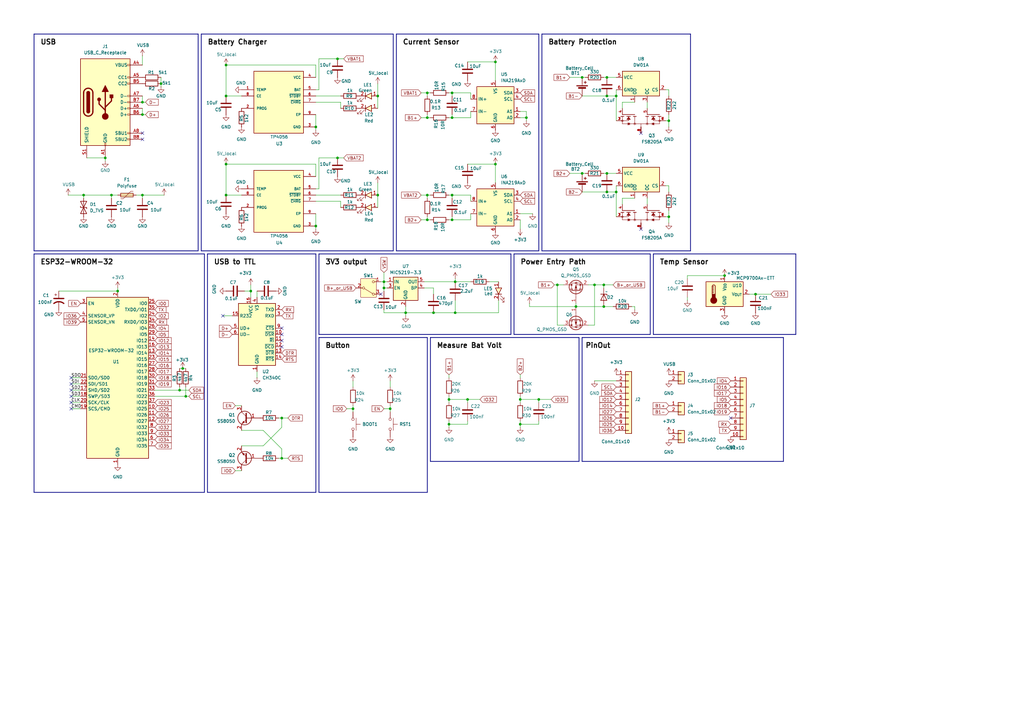
<source format=kicad_sch>
(kicad_sch (version 20231120) (generator "eeschema") (generator_version "8.0")
  (paper "A3")
  (title_block (title "Sạc Pin Lithium") (date "2025-03-30") (comment 1 "Trương Ngọc Minh"))
  (lib_symbols
    (symbol "AAIVS_SYMBOLS:Battery_Cell" (pin_numbers hide) (pin_names (offset 0) hide)
      (property "Reference" "BT" (at 2.54 2.54 0))
      (property "Value" "Battery_Cell" (at 2.54 0 0))
      (symbol "Battery_Cell_1_1"
        (pin passive line (at 0 5.08 270) (length 2.54) (name "+") (number "1"))
        (pin passive line (at 0 -2.54 90) (length 2.54) (name "-") (number "2"))
      )
    )
    (symbol "AAIVS_SYMBOLS:C" (pin_numbers hide) (pin_names (offset 0.254))
      (property "Reference" "C" (at 0.635 2.54 0))
      (property "Value" "C" (at 0.635 -2.54 0))
      (symbol "C_1_1"
        (pin passive line (at 0 3.81 270) (length 2.794) (name "~") (number "1"))
        (pin passive line (at 0 -3.81 90) (length 2.794) (name "~") (number "2"))
      )
    )
    (symbol "AAIVS_SYMBOLS:D_TVS" (pin_numbers hide) (pin_names (offset 1.016) hide)
      (property "Reference" "D" (at 0 2.54 0))
      (property "Value" "D_TVS" (at 0 -2.54 0))
      (symbol "D_TVS_1_1"
        (pin passive line (at -3.81 0 0) (length 2.54) (name "A1") (number "1"))
        (pin passive line (at 3.81 0 180) (length 2.54) (name "A2") (number "2"))
      )
    )
    (symbol "AAIVS_SYMBOLS:FS8205A" (pin_names (offset 1.016))
      (property "Reference" "Q" (at -11.43 7.62 0))
      (property "Value" "FS8205A" (at -11.43 -12.7 0))
      (symbol "FS8205A_0_0"
        (pin passive line (at 5.08 0 180) (length 2.54) (name "~") (number "1"))
        (pin passive line (at 0 -10.16 90) (length 2.54) (name "~") (number "2"))
        (pin passive line (at 0 -10.16 90) (length 2.54) (name "~") (number "3"))
        (pin passive line (at -5.08 -7.62 0) (length 2.54) (name "~") (number "4"))
        (pin passive line (at -5.08 2.54 0) (length 2.54) (name "~") (number "5"))
        (pin passive line (at 0 10.16 270) (length 2.54) (name "~") (number "6"))
        (pin passive line (at 0 10.16 270) (length 2.54) (name "~") (number "7"))
        (pin passive line (at 5.08 0 180) (length 2.54) (name "~") (number "8"))
      )
    )
    (symbol "AAIVS_SYMBOLS:Led"
      (property "Reference" "LE" (at 0.508 -2.794 0))
      (property "Value" "Led" (at -0.254 2.794 0))
      (symbol "Led_1_1"
        (pin passive line (at 5.08 0 180) (length 2.54) (name "") (number "1"))
        (pin passive line (at -2.54 0 0) (length 2.54) (name "") (number "2"))
      )
    )
    (symbol "AAIVS_SYMBOLS:Polyfuse" (pin_numbers hide) (pin_names (offset 0))
      (property "Reference" "F" (at -2.54 0 90))
      (property "Value" "Polyfuse" (at 2.54 0 90))
      (symbol "Polyfuse_1_1"
        (pin passive line (at 0 3.81 270) (length 1.27) (name "~") (number "1"))
        (pin passive line (at 0 -3.81 90) (length 1.27) (name "~") (number "2"))
      )
    )
    (symbol "AAIVS_SYMBOLS:R" (pin_numbers hide) (pin_names (offset 0))
      (property "Reference" "R" (at 2.032 0 90))
      (property "Value" "R" (at 0 0 90))
      (symbol "R_1_1"
        (pin passive line (at 0 3.81 270) (length 1.27) (name "~") (number "1"))
        (pin passive line (at 0 -3.81 90) (length 1.27) (name "~") (number "2"))
      )
    )
    (symbol "AAIVS_SYMBOLS:TP4056" (pin_names (offset 1.016))
      (property "Reference" "U" (at -10.16 13.208 0))
      (property "Value" "TP4056" (at -10.16 -15.24 0))
      (symbol "TP4056_0_0"
        (pin input line (at -15.24 5.08 0) (length 5.08) (name "TEMP") (number "1"))
        (pin bidirectional line (at -15.24 -2.54 0) (length 5.08) (name "PROG") (number "2"))
        (pin power_in line (at 15.24 -10.16 180) (length 5.08) (name "GND") (number "3"))
        (pin power_in line (at 15.24 10.16 180) (length 5.08) (name "VCC") (number "4"))
        (pin output line (at 15.24 5.08 180) (length 5.08) (name "BAT") (number "5"))
        (pin output line (at 15.24 2.54 180) (length 5.08) (name "~{STDBY}") (number "6"))
        (pin output line (at 15.24 0 180) (length 5.08) (name "~{CHRG}") (number "7"))
        (pin input line (at -15.24 2.54 0) (length 5.08) (name "CE") (number "8"))
        (pin passive line (at 15.24 -5.08 180) (length 5.08) (name "EP") (number "9"))
      )
    )
    (symbol "AAIVS_SYMBOLS:USB_C_Receptacle" (pin_names (offset 1.016))
      (property "Reference" "J" (at -21.59 15.24 0))
      (property "Value" "USB_C_Receptacle" (at -12.7 10.16 0))
      (symbol "USB_C_Receptacle_1_1"
        (pin passive line (at 0 -22.86 90) (length 5.08) (name "GND") (number "A1"))
        (pin passive line (at 0 -22.86 90) (length 5.08) hide (name "GND") (number "A12"))
        (pin passive line (at 15.24 15.24 180) (length 5.08) (name "VBUS") (number "A4"))
        (pin bidirectional line (at 15.24 10.16 180) (length 5.08) (name "CC1") (number "A5"))
        (pin bidirectional line (at 15.24 -2.54 180) (length 5.08) (name "D+") (number "A6"))
        (pin bidirectional line (at 15.24 2.54 180) (length 5.08) (name "D-") (number "A7"))
        (pin bidirectional line (at 15.24 -12.7 180) (length 5.08) (name "SBU1") (number "A8"))
        (pin passive line (at 15.24 15.24 180) (length 5.08) hide (name "VBUS") (number "A9"))
        (pin passive line (at 0 -22.86 90) (length 5.08) hide (name "GND") (number "B1"))
        (pin passive line (at 0 -22.86 90) (length 5.08) hide (name "GND") (number "B12"))
        (pin passive line (at 15.24 15.24 180) (length 5.08) hide (name "VBUS") (number "B4"))
        (pin bidirectional line (at 15.24 7.62 180) (length 5.08) (name "CC2") (number "B5"))
        (pin bidirectional line (at 15.24 -5.08 180) (length 5.08) (name "D+") (number "B6"))
        (pin bidirectional line (at 15.24 0 180) (length 5.08) (name "D-") (number "B7"))
        (pin bidirectional line (at 15.24 -15.24 180) (length 5.08) (name "SBU2") (number "B8"))
        (pin passive line (at 15.24 15.24 180) (length 5.08) hide (name "VBUS") (number "B9"))
        (pin passive line (at -7.62 -22.86 90) (length 5.08) (name "SHIELD") (number "S1"))
      )
    )
    (symbol "Battery_Management:DW01A"
      (property "Reference" "U" (at -6.604 6.35 0))
      (property "Value" "DW01A" (at 4.318 6.604 0))
      (symbol "DW01A_0_1"
        (pin output line (at -2.54 -7.62 90) (length 2.54) (name "OD") (number "1"))
        (pin input line (at 10.16 -2.54 180) (length 2.54) (name "CS") (number "2"))
        (pin output line (at 2.54 -7.62 90) (length 2.54) (name "OC") (number "3"))
        (pin power_in line (at -10.16 2.54 0) (length 2.54) (name "VCC") (number "5"))
        (pin power_in line (at -10.16 -2.54 0) (length 2.54) (name "GND") (number "6"))
      )
      (symbol "DW01A_1_1"
        (pin no_connect line (at 10.16 2.54 180) (length 2.54) hide (name "TD") (number "4"))
      )
    )
    (symbol "Connector_Generic:Conn_01x02" (pin_names (offset 1.016) hide)
      (property "Reference" "J" (at 0 2.54 0))
      (property "Value" "Conn_01x02" (at 0 -5.08 0))
      (symbol "Conn_01x02_1_1"
        (pin passive line (at -5.08 0 0) (length 3.81) (name "Pin_1") (number "1"))
        (pin passive line (at -5.08 -2.54 0) (length 3.81) (name "Pin_2") (number "2"))
      )
    )
    (symbol "Connector_Generic:Conn_01x10" (pin_names (offset 1.016) hide)
      (property "Reference" "J" (at 0 12.7 0))
      (property "Value" "Conn_01x10" (at 0 -15.24 0))
      (symbol "Conn_01x10_1_1"
        (pin passive line (at -5.08 10.16 0) (length 3.81) (name "Pin_1") (number "1"))
        (pin passive line (at -5.08 -12.7 0) (length 3.81) (name "Pin_10") (number "10"))
        (pin passive line (at -5.08 7.62 0) (length 3.81) (name "Pin_2") (number "2"))
        (pin passive line (at -5.08 5.08 0) (length 3.81) (name "Pin_3") (number "3"))
        (pin passive line (at -5.08 2.54 0) (length 3.81) (name "Pin_4") (number "4"))
        (pin passive line (at -5.08 0 0) (length 3.81) (name "Pin_5") (number "5"))
        (pin passive line (at -5.08 -2.54 0) (length 3.81) (name "Pin_6") (number "6"))
        (pin passive line (at -5.08 -5.08 0) (length 3.81) (name "Pin_7") (number "7"))
        (pin passive line (at -5.08 -7.62 0) (length 3.81) (name "Pin_8") (number "8"))
        (pin passive line (at -5.08 -10.16 0) (length 3.81) (name "Pin_9") (number "9"))
      )
    )
    (symbol "Device:C_Polarized_US" (pin_numbers hide) (pin_names (offset 0.254) hide)
      (property "Reference" "C" (at 0.635 2.54 0))
      (property "Value" "C_Polarized_US" (at 0.635 -2.54 0))
      (symbol "C_Polarized_US_1_1"
        (pin passive line (at 0 3.81 270) (length 2.794) (name "~") (number "1"))
        (pin passive line (at 0 -3.81 90) (length 3.302) (name "~") (number "2"))
      )
    )
    (symbol "Device:D_Zener" (pin_numbers hide) (pin_names (offset 1.016) hide)
      (property "Reference" "D" (at 0 2.54 0))
      (property "Value" "D_Zener" (at 0 -2.54 0))
      (symbol "D_Zener_1_1"
        (pin passive line (at -3.81 0 0) (length 2.54) (name "K") (number "1"))
        (pin passive line (at 3.81 0 180) (length 2.54) (name "A") (number "2"))
      )
    )
    (symbol "Device:Q_PMOS_GSD" (pin_names (offset 0) hide)
      (property "Reference" "Q" (at 5.08 1.27 0))
      (property "Value" "Q_PMOS_GSD" (at 5.08 -1.27 0))
      (symbol "Q_PMOS_GSD_1_1"
        (pin input line (at -5.08 0 0) (length 2.54) (name "G") (number "1"))
        (pin passive line (at 2.54 -5.08 90) (length 2.54) (name "S") (number "2"))
        (pin passive line (at 2.54 5.08 270) (length 2.54) (name "D") (number "3"))
      )
    )
    (symbol "Device:R" (pin_numbers hide) (pin_names (offset 0))
      (property "Reference" "R" (at 2.032 0 90))
      (property "Value" "R" (at 0 0 90))
      (symbol "R_1_1"
        (pin passive line (at 0 3.81 270) (length 1.27) (name "~") (number "1"))
        (pin passive line (at 0 -3.81 90) (length 1.27) (name "~") (number "2"))
      )
    )
    (symbol "Interface_USB:CH340C"
      (property "Reference" "U" (at -5.08 13.97 0))
      (property "Value" "CH340C" (at 1.27 13.97 0))
      (symbol "CH340C_1_1"
        (pin power_in line (at 0 -15.24 90) (length 2.54) (name "GND") (number "1"))
        (pin input line (at 10.16 0 180) (length 2.54) (name "~{DSR}") (number "10"))
        (pin input line (at 10.16 -2.54 180) (length 2.54) (name "~{RI}") (number "11"))
        (pin input line (at 10.16 -5.08 180) (length 2.54) (name "~{DCD}") (number "12"))
        (pin output line (at 10.16 -7.62 180) (length 2.54) (name "~{DTR}") (number "13"))
        (pin output line (at 10.16 -10.16 180) (length 2.54) (name "~{RTS}") (number "14"))
        (pin input line (at -10.16 7.62 0) (length 2.54) (name "R232") (number "15"))
        (pin power_in line (at -2.54 15.24 270) (length 2.54) (name "VCC") (number "16"))
        (pin output line (at 10.16 10.16 180) (length 2.54) (name "TXD") (number "2"))
        (pin input line (at 10.16 7.62 180) (length 2.54) (name "RXD") (number "3"))
        (pin power_out line (at 0 15.24 270) (length 2.54) (name "V3") (number "4"))
        (pin bidirectional line (at -10.16 2.54 0) (length 2.54) (name "UD+") (number "5"))
        (pin bidirectional line (at -10.16 0 0) (length 2.54) (name "UD-") (number "6"))
        (pin no_connect line (at -7.62 -5.08 0) (length 2.54) hide (name "NC") (number "7"))
        (pin no_connect line (at -7.62 -7.62 0) (length 2.54) hide (name "NC") (number "8"))
        (pin input line (at 10.16 2.54 180) (length 2.54) (name "~{CTS}") (number "9"))
      )
    )
    (symbol "RF_Module:ESP32-WROOM-32"
      (property "Reference" "U" (at -12.7 34.29 0))
      (property "Value" "ESP32-WROOM-32" (at 1.27 34.29 0))
      (symbol "ESP32-WROOM-32_1_1"
        (pin power_in line (at 0 -35.56 90) (length 2.54) (name "GND") (number "1"))
        (pin bidirectional line (at 15.24 -12.7 180) (length 2.54) (name "IO25") (number "10"))
        (pin bidirectional line (at 15.24 -15.24 180) (length 2.54) (name "IO26") (number "11"))
        (pin bidirectional line (at 15.24 -17.78 180) (length 2.54) (name "IO27") (number "12"))
        (pin bidirectional line (at 15.24 10.16 180) (length 2.54) (name "IO14") (number "13"))
        (pin bidirectional line (at 15.24 15.24 180) (length 2.54) (name "IO12") (number "14"))
        (pin passive line (at 0 -35.56 90) (length 2.54) hide (name "GND") (number "15"))
        (pin bidirectional line (at 15.24 12.7 180) (length 2.54) (name "IO13") (number "16"))
        (pin bidirectional line (at -15.24 -5.08 0) (length 2.54) (name "SHD/SD2") (number "17"))
        (pin bidirectional line (at -15.24 -7.62 0) (length 2.54) (name "SWP/SD3") (number "18"))
        (pin bidirectional line (at -15.24 -12.7 0) (length 2.54) (name "SCS/CMD") (number "19"))
        (pin power_in line (at 0 35.56 270) (length 2.54) (name "VDD") (number "2"))
        (pin bidirectional line (at -15.24 -10.16 0) (length 2.54) (name "SCK/CLK") (number "20"))
        (pin bidirectional line (at -15.24 0 0) (length 2.54) (name "SDO/SD0") (number "21"))
        (pin bidirectional line (at -15.24 -2.54 0) (length 2.54) (name "SDI/SD1") (number "22"))
        (pin bidirectional line (at 15.24 7.62 180) (length 2.54) (name "IO15") (number "23"))
        (pin bidirectional line (at 15.24 25.4 180) (length 2.54) (name "IO2") (number "24"))
        (pin bidirectional line (at 15.24 30.48 180) (length 2.54) (name "IO0") (number "25"))
        (pin bidirectional line (at 15.24 20.32 180) (length 2.54) (name "IO4") (number "26"))
        (pin bidirectional line (at 15.24 5.08 180) (length 2.54) (name "IO16") (number "27"))
        (pin bidirectional line (at 15.24 2.54 180) (length 2.54) (name "IO17") (number "28"))
        (pin bidirectional line (at 15.24 17.78 180) (length 2.54) (name "IO5") (number "29"))
        (pin input line (at -15.24 30.48 0) (length 2.54) (name "EN") (number "3"))
        (pin bidirectional line (at 15.24 0 180) (length 2.54) (name "IO18") (number "30"))
        (pin bidirectional line (at 15.24 -2.54 180) (length 2.54) (name "IO19") (number "31"))
        (pin no_connect line (at -12.7 -27.94 0) (length 2.54) hide (name "NC") (number "32"))
        (pin bidirectional line (at 15.24 -5.08 180) (length 2.54) (name "IO21") (number "33"))
        (pin bidirectional line (at 15.24 22.86 180) (length 2.54) (name "RXD0/IO3") (number "34"))
        (pin bidirectional line (at 15.24 27.94 180) (length 2.54) (name "TXD0/IO1") (number "35"))
        (pin bidirectional line (at 15.24 -7.62 180) (length 2.54) (name "IO22") (number "36"))
        (pin bidirectional line (at 15.24 -10.16 180) (length 2.54) (name "IO23") (number "37"))
        (pin passive line (at 0 -35.56 90) (length 2.54) hide (name "GND") (number "38"))
        (pin passive line (at 0 -35.56 90) (length 2.54) hide (name "GND") (number "39"))
        (pin input line (at -15.24 25.4 0) (length 2.54) (name "SENSOR_VP") (number "4"))
        (pin input line (at -15.24 22.86 0) (length 2.54) (name "SENSOR_VN") (number "5"))
        (pin input line (at 15.24 -25.4 180) (length 2.54) (name "IO34") (number "6"))
        (pin input line (at 15.24 -27.94 180) (length 2.54) (name "IO35") (number "7"))
        (pin bidirectional line (at 15.24 -20.32 180) (length 2.54) (name "IO32") (number "8"))
        (pin bidirectional line (at 15.24 -22.86 180) (length 2.54) (name "IO33") (number "9"))
      )
    )
    (symbol "Regulator_Linear:MIC5219-2.5YM5" (pin_names (offset 0.254))
      (property "Reference" "U" (at -3.81 5.715 0))
      (property "Value" "MIC5219-2.5YM5" (at 0 5.715 0))
      (symbol "MIC5219-2.5YM5_1_1"
        (pin power_in line (at -7.62 2.54 0) (length 2.54) (name "IN") (number "1"))
        (pin power_in line (at 0 -7.62 90) (length 2.54) (name "GND") (number "2"))
        (pin input line (at -7.62 0 0) (length 2.54) (name "EN") (number "3"))
        (pin input line (at 7.62 0 180) (length 2.54) (name "BP") (number "4"))
        (pin power_out line (at 7.62 2.54 180) (length 2.54) (name "OUT") (number "5"))
      )
    )
    (symbol "Sensor_Energy:INA219AxD"
      (property "Reference" "U" (at -6.35 8.89 0))
      (property "Value" "INA219AxD" (at 5.08 8.89 0))
      (symbol "INA219AxD_1_1"
        (pin input line (at 10.16 -2.54 180) (length 2.54) (name "A1") (number "1"))
        (pin input line (at 10.16 -5.08 180) (length 2.54) (name "A0") (number "2"))
        (pin bidirectional line (at 10.16 5.08 180) (length 2.54) (name "SDA") (number "3"))
        (pin input line (at 10.16 2.54 180) (length 2.54) (name "SCL") (number "4"))
        (pin power_in line (at 0 10.16 270) (length 2.54) (name "VS") (number "5"))
        (pin power_in line (at 0 -10.16 90) (length 2.54) (name "GND") (number "6"))
        (pin input line (at -10.16 -2.54 0) (length 2.54) (name "IN-") (number "7"))
        (pin input line (at -10.16 2.54 0) (length 2.54) (name "IN+") (number "8"))
      )
    )
    (symbol "Sensor_Temperature:MCP9700Ax-ETT"
      (property "Reference" "U" (at -6.35 6.35 0))
      (property "Value" "MCP9700Ax-ETT" (at 1.27 6.35 0))
      (symbol "MCP9700Ax-ETT_1_1"
        (pin power_in line (at 0 7.62 270) (length 2.54) (name "V_{DD}") (number "1"))
        (pin output line (at 10.16 0 180) (length 2.54) (name "V_{OUT}") (number "2"))
        (pin power_in line (at 0 -7.62 90) (length 2.54) (name "GND") (number "3"))
      )
    )
    (symbol "Switch:SW_Nidec_CAS-120A1" (pin_names (offset 1) hide)
      (property "Reference" "SW" (at 0 4.318 0))
      (property "Value" "SW_Nidec_CAS-120A1" (at 0 -5.08 0))
      (symbol "SW_Nidec_CAS-120A1_1_1"
        (pin passive line (at 5.08 -2.54 180) (length 2.54) (name "C") (number "1"))
        (pin passive line (at -5.08 0 0) (length 2.54) (name "B") (number "2"))
        (pin passive line (at 5.08 2.54 180) (length 2.54) (name "A") (number "3"))
      )
    )
    (symbol "Switch:SW_Push" (pin_numbers hide) (pin_names (offset 1.016) hide)
      (property "Reference" "SW" (at 1.27 2.54 0))
      (property "Value" "SW_Push" (at 0 -1.524 0))
      (symbol "SW_Push_0_1"
        (pin passive line (at -5.08 0 0) (length 2.54) (name "1") (number "1"))
        (pin passive line (at 5.08 0 180) (length 2.54) (name "2") (number "2"))
      )
    )
    (symbol "Transistor_BJT:SS8050" (pin_names (offset 0) hide)
      (property "Reference" "Q" (at 5.08 1.905 0))
      (property "Value" "SS8050" (at 5.08 0 0))
      (symbol "SS8050_1_1"
        (pin input line (at -5.08 0 0) (length 5.715) (name "B") (number "1"))
        (pin passive line (at 2.54 -5.08 90) (length 2.54) (name "E") (number "2"))
        (pin passive line (at 2.54 5.08 270) (length 2.54) (name "C") (number "3"))
      )
    )
    (symbol "power:+3.3V" (power) (pin_numbers hide) (pin_names (offset 0) hide)
      (property "Value" "+3.3V" (at 0 3.556 0))
      (symbol "+3.3V_1_1"
        (pin power_in line (at 0 0 90) (length 0) (name "~") (number "1"))
      )
    )
    (symbol "power:+3V3" (power) (pin_numbers hide) (pin_names (offset 0) hide)
      (property "Value" "+3V3" (at 0 3.556 0))
      (symbol "+3V3_1_1"
        (pin power_in line (at 0 0 90) (length 0) (name "~") (number "1"))
      )
    )
    (symbol "power:GND" (power) (pin_numbers hide) (pin_names (offset 0) hide)
      (property "Value" "GND" (at 0 -3.81 0))
      (symbol "GND_1_1"
        (pin power_in line (at 0 0 270) (length 0) (name "~") (number "1"))
      )
    )
    (symbol "power:VDD" (power) (pin_numbers hide) (pin_names (offset 0) hide)
      (property "Value" "VDD" (at 0 3.556 0))
      (symbol "VDD_1_1"
        (pin power_in line (at 0 0 90) (length 0) (name "~") (number "1"))
      )
    )
  )
  (junction (at 248.92 78.74))
  (junction (at 175.26 90.17))
  (junction (at 184.15 163.83))
  (junction (at 274.32 49.53))
  (junction (at 154.94 39.37))
  (junction (at 92.71 67.31))
  (junction (at 236.22 125.73))
  (junction (at 144.78 167.64))
  (junction (at 175.26 80.01))
  (junction (at 154.94 80.01))
  (junction (at 215.9 48.26))
  (junction (at 220.98 163.83))
  (junction (at 238.76 71.12))
  (junction (at 92.71 26.67))
  (junction (at 238.76 31.75))
  (junction (at 157.48 118.11))
  (junction (at 228.6 116.84))
  (junction (at 203.2 25.4))
  (junction (at 115.57 171.45))
  (junction (at 175.26 38.1))
  (junction (at 248.92 71.12))
  (junction (at 213.36 163.83))
  (junction (at 175.26 48.26))
  (junction (at 191.77 163.83))
  (junction (at 48.26 119.38))
  (junction (at 76.2 162.56))
  (junction (at 43.18 64.77))
  (junction (at 243.84 116.84))
  (junction (at 203.2 67.31))
  (junction (at 185.42 90.17))
  (junction (at 45.72 80.01))
  (junction (at 138.43 64.77))
  (junction (at 309.88 120.65))
  (junction (at 185.42 38.1))
  (junction (at 34.29 80.01))
  (junction (at 115.57 187.96))
  (junction (at 58.42 80.01))
  (junction (at 274.32 88.9))
  (junction (at 213.36 173.99))
  (junction (at 74.93 151.13))
  (junction (at 185.42 80.01))
  (junction (at 247.65 116.84))
  (junction (at 184.15 173.99))
  (junction (at 252.73 39.37))
  (junction (at 66.04 34.29))
  (junction (at 129.54 52.07))
  (junction (at 186.69 115.57))
  (junction (at 177.8 128.27))
  (junction (at 73.66 160.02))
  (junction (at 186.69 128.27))
  (junction (at 160.02 167.64))
  (junction (at 248.92 39.37))
  (junction (at 166.37 128.27))
  (junction (at 102.87 119.38))
  (junction (at 252.73 78.74))
  (junction (at 248.92 31.75))
  (junction (at 297.18 113.03))
  (junction (at 247.65 125.73))
  (junction (at 138.43 24.13))
  (junction (at 58.42 41.91))
  (junction (at 92.71 80.01))
  (junction (at 92.71 39.37))
  (junction (at 58.42 46.99))
  (junction (at 185.42 48.26))
  (junction (at 129.54 92.71))
  (junction (at 157.48 115.57))
  (no_connect (at 156.21 120.65))
  (no_connect (at 29.21 167.64))
  (no_connect (at 262.89 93.98))
  (no_connect (at 115.57 142.24))
  (no_connect (at 29.21 157.48))
  (no_connect (at 299.72 171.45))
  (no_connect (at 115.57 139.7))
  (no_connect (at 29.21 165.1))
  (no_connect (at 58.42 57.15))
  (no_connect (at 91.44 129.54))
  (no_connect (at 115.57 137.16))
  (no_connect (at 115.57 134.62))
  (no_connect (at 29.21 162.56))
  (no_connect (at 58.42 54.61))
  (no_connect (at 29.21 154.94))
  (no_connect (at 29.21 160.02))
  (no_connect (at 262.89 54.61))
  (wire (pts (xy 220.98 165.1) (xy 220.98 163.83)))
  (wire (pts (xy 255.27 83.82) (xy 255.27 81.28)))
  (wire (pts (xy 58.42 46.99) (xy 59.69 46.99)))
  (wire (pts (xy 193.04 38.1) (xy 185.42 38.1)))
  (bus (pts (xy 222.25 13.97) (xy 222.25 102.87)))
  (wire (pts (xy 130.81 77.47) (xy 129.54 77.47)))
  (wire (pts (xy 27.94 80.01) (xy 34.29 80.01)))
  (wire (pts (xy 191.77 165.1) (xy 191.77 163.83)))
  (wire (pts (xy 213.36 48.26) (xy 215.9 48.26)))
  (bus (pts (xy 283.21 13.97) (xy 283.21 102.87)))
  (wire (pts (xy 76.2 162.56) (xy 77.47 162.56)))
  (bus (pts (xy 238.76 138.43) (xy 238.76 189.23)))
  (wire (pts (xy 191.77 67.31) (xy 203.2 67.31)))
  (bus (pts (xy 85.09 104.14) (xy 129.54 104.14)))
  (wire (pts (xy 184.15 90.17) (xy 185.42 90.17)))
  (bus (pts (xy 321.31 189.23) (xy 321.31 138.43)))
  (bus (pts (xy 283.21 102.87) (xy 222.25 102.87)))
  (wire (pts (xy 138.43 64.77) (xy 140.97 64.77)))
  (wire (pts (xy 129.54 92.71) (xy 129.54 93.98)))
  (wire (pts (xy 92.71 80.01) (xy 99.06 80.01)))
  (wire (pts (xy 252.73 39.37) (xy 252.73 49.53)))
  (wire (pts (xy 76.2 151.13) (xy 74.93 151.13)))
  (wire (pts (xy 100.33 119.38) (xy 102.87 119.38)))
  (bus (pts (xy 210.82 137.16) (xy 266.7 137.16)))
  (wire (pts (xy 203.2 67.31) (xy 203.2 74.93)))
  (wire (pts (xy 236.22 124.46) (xy 236.22 125.73)))
  (wire (pts (xy 29.21 160.02) (xy 33.02 160.02)))
  (bus (pts (xy 13.97 104.14) (xy 13.97 201.93)))
  (wire (pts (xy 191.77 25.4) (xy 203.2 25.4)))
  (wire (pts (xy 191.77 173.99) (xy 184.15 173.99)))
  (wire (pts (xy 130.81 64.77) (xy 138.43 64.77)))
  (wire (pts (xy 176.53 48.26) (xy 175.26 48.26)))
  (wire (pts (xy 220.98 163.83) (xy 213.36 163.83)))
  (wire (pts (xy 274.32 46.99) (xy 274.32 49.53)))
  (wire (pts (xy 160.02 167.64) (xy 160.02 168.91)))
  (wire (pts (xy 185.42 48.26) (xy 185.42 46.99)))
  (bus (pts (xy 130.81 138.43) (xy 175.26 138.43)))
  (wire (pts (xy 35.56 64.77) (xy 43.18 64.77)))
  (wire (pts (xy 247.65 71.12) (xy 248.92 71.12)))
  (wire (pts (xy 215.9 48.26) (xy 215.9 49.53)))
  (wire (pts (xy 243.84 156.21) (xy 252.73 156.21)))
  (bus (pts (xy 13.97 104.14) (xy 83.82 104.14)))
  (bus (pts (xy 13.97 13.97) (xy 13.97 102.87)))
  (wire (pts (xy 156.21 115.57) (xy 157.48 115.57)))
  (wire (pts (xy 193.04 40.64) (xy 193.04 38.1)))
  (wire (pts (xy 184.15 80.01) (xy 185.42 80.01)))
  (bus (pts (xy 176.53 138.43) (xy 176.53 189.23)))
  (wire (pts (xy 193.04 80.01) (xy 185.42 80.01)))
  (wire (pts (xy 175.26 38.1) (xy 176.53 38.1)))
  (bus (pts (xy 83.82 201.93) (xy 13.97 201.93)))
  (wire (pts (xy 227.33 116.84) (xy 228.6 116.84)))
  (wire (pts (xy 175.26 81.28) (xy 175.26 80.01)))
  (wire (pts (xy 73.66 160.02) (xy 77.47 160.02)))
  (wire (pts (xy 220.98 163.83) (xy 226.06 163.83)))
  (wire (pts (xy 154.94 39.37) (xy 154.94 44.45)))
  (bus (pts (xy 130.81 138.43) (xy 130.81 201.93)))
  (wire (pts (xy 58.42 41.91) (xy 59.69 41.91)))
  (wire (pts (xy 213.36 162.56) (xy 213.36 163.83)))
  (wire (pts (xy 281.94 114.3) (xy 281.94 113.03)))
  (wire (pts (xy 130.81 77.47) (xy 130.81 64.77)))
  (wire (pts (xy 29.21 154.94) (xy 33.02 154.94)))
  (wire (pts (xy 200.66 115.57) (xy 204.47 115.57)))
  (bus (pts (xy 176.53 138.43) (xy 237.49 138.43)))
  (wire (pts (xy 274.32 86.36) (xy 274.32 88.9)))
  (wire (pts (xy 92.71 26.67) (xy 129.54 26.67)))
  (bus (pts (xy 82.55 13.97) (xy 161.29 13.97)))
  (bus (pts (xy 129.54 201.93) (xy 129.54 104.14)))
  (bus (pts (xy 162.56 13.97) (xy 220.98 13.97)))
  (wire (pts (xy 238.76 71.12) (xy 240.03 71.12)))
  (wire (pts (xy 176.53 90.17) (xy 175.26 90.17)))
  (wire (pts (xy 158.75 115.57) (xy 157.48 115.57)))
  (wire (pts (xy 92.71 39.37) (xy 99.06 39.37)))
  (bus (pts (xy 13.97 102.87) (xy 81.28 102.87)))
  (bus (pts (xy 162.56 102.87) (xy 220.98 102.87)))
  (wire (pts (xy 58.42 80.01) (xy 67.31 80.01)))
  (wire (pts (xy 274.32 36.83) (xy 273.05 36.83)))
  (wire (pts (xy 193.04 82.55) (xy 193.04 80.01)))
  (wire (pts (xy 24.13 119.38) (xy 48.26 119.38)))
  (wire (pts (xy 177.8 118.11) (xy 177.8 120.65)))
  (wire (pts (xy 129.54 36.83) (xy 130.81 36.83)))
  (wire (pts (xy 255.27 41.91) (xy 260.35 41.91)))
  (wire (pts (xy 309.88 120.65) (xy 316.23 120.65)))
  (wire (pts (xy 274.32 88.9) (xy 274.32 91.44)))
  (wire (pts (xy 184.15 153.67) (xy 184.15 154.94)))
  (wire (pts (xy 255.27 44.45) (xy 255.27 41.91)))
  (wire (pts (xy 92.71 67.31) (xy 129.54 67.31)))
  (wire (pts (xy 247.65 31.75) (xy 248.92 31.75)))
  (wire (pts (xy 115.57 187.96) (xy 118.11 187.96)))
  (bus (pts (xy 267.97 104.14) (xy 326.39 104.14)))
  (wire (pts (xy 63.5 160.02) (xy 73.66 160.02)))
  (wire (pts (xy 130.81 24.13) (xy 138.43 24.13)))
  (wire (pts (xy 248.92 71.12) (xy 252.73 71.12)))
  (wire (pts (xy 213.36 163.83) (xy 213.36 165.1)))
  (bus (pts (xy 82.55 102.87) (xy 161.29 102.87)))
  (wire (pts (xy 185.42 38.1) (xy 185.42 39.37)))
  (wire (pts (xy 144.78 168.91) (xy 144.78 167.64)))
  (wire (pts (xy 203.2 25.4) (xy 203.2 33.02)))
  (wire (pts (xy 247.65 116.84) (xy 251.46 116.84)))
  (wire (pts (xy 154.94 80.01) (xy 154.94 85.09)))
  (wire (pts (xy 281.94 121.92) (xy 281.94 123.19)))
  (wire (pts (xy 217.17 125.73) (xy 236.22 125.73)))
  (wire (pts (xy 58.42 80.01) (xy 58.42 81.28)))
  (bus (pts (xy 13.97 13.97) (xy 81.28 13.97)))
  (wire (pts (xy 228.6 116.84) (xy 231.14 116.84)))
  (wire (pts (xy 129.54 67.31) (xy 129.54 72.39)))
  (wire (pts (xy 177.8 128.27) (xy 186.69 128.27)))
  (wire (pts (xy 252.73 78.74) (xy 248.92 78.74)))
  (wire (pts (xy 115.57 171.45) (xy 115.57 175.26)))
  (wire (pts (xy 55.88 80.01) (xy 58.42 80.01)))
  (wire (pts (xy 243.84 133.35) (xy 243.84 116.84)))
  (wire (pts (xy 274.32 78.74) (xy 274.32 76.2)))
  (wire (pts (xy 252.73 78.74) (xy 252.73 88.9)))
  (wire (pts (xy 241.3 133.35) (xy 243.84 133.35)))
  (wire (pts (xy 252.73 76.2) (xy 252.73 78.74)))
  (bus (pts (xy 130.81 104.14) (xy 209.55 104.14)))
  (wire (pts (xy 220.98 172.72) (xy 220.98 173.99)))
  (wire (pts (xy 238.76 39.37) (xy 248.92 39.37)))
  (wire (pts (xy 204.47 123.19) (xy 204.47 128.27)))
  (wire (pts (xy 102.87 119.38) (xy 102.87 121.92)))
  (wire (pts (xy 213.36 90.17) (xy 213.36 93.98)))
  (wire (pts (xy 172.72 90.17) (xy 175.26 90.17)))
  (wire (pts (xy 193.04 90.17) (xy 185.42 90.17)))
  (bus (pts (xy 175.26 201.93) (xy 175.26 138.43)))
  (wire (pts (xy 243.84 116.84) (xy 247.65 116.84)))
  (wire (pts (xy 252.73 39.37) (xy 248.92 39.37)))
  (wire (pts (xy 139.7 44.45) (xy 139.7 41.91)))
  (wire (pts (xy 238.76 31.75) (xy 240.03 31.75)))
  (wire (pts (xy 193.04 45.72) (xy 193.04 48.26)))
  (bus (pts (xy 83.82 104.14) (xy 83.82 201.93)))
  (bus (pts (xy 238.76 138.43) (xy 321.31 138.43)))
  (wire (pts (xy 96.52 166.37) (xy 99.06 166.37)))
  (wire (pts (xy 115.57 171.45) (xy 118.11 171.45)))
  (wire (pts (xy 184.15 175.26) (xy 184.15 173.99)))
  (wire (pts (xy 186.69 123.19) (xy 186.69 128.27)))
  (wire (pts (xy 29.21 157.48) (xy 33.02 157.48)))
  (wire (pts (xy 193.04 48.26) (xy 185.42 48.26)))
  (wire (pts (xy 34.29 80.01) (xy 45.72 80.01)))
  (wire (pts (xy 175.26 80.01) (xy 176.53 80.01)))
  (wire (pts (xy 260.35 125.73) (xy 260.35 127)))
  (wire (pts (xy 114.3 187.96) (xy 115.57 187.96)))
  (bus (pts (xy 238.76 189.23) (xy 321.31 189.23)))
  (wire (pts (xy 274.32 49.53) (xy 274.32 52.07)))
  (wire (pts (xy 213.36 153.67) (xy 213.36 154.94)))
  (wire (pts (xy 236.22 125.73) (xy 247.65 125.73)))
  (wire (pts (xy 99.06 176.53) (xy 107.95 176.53)))
  (wire (pts (xy 166.37 129.54) (xy 166.37 128.27)))
  (wire (pts (xy 274.32 39.37) (xy 274.32 36.83)))
  (wire (pts (xy 217.17 124.46) (xy 217.17 125.73)))
  (wire (pts (xy 193.04 87.63) (xy 193.04 90.17)))
  (wire (pts (xy 255.27 81.28) (xy 260.35 81.28)))
  (wire (pts (xy 172.72 38.1) (xy 175.26 38.1)))
  (wire (pts (xy 29.21 167.64) (xy 33.02 167.64)))
  (bus (pts (xy 81.28 102.87) (xy 81.28 13.97)))
  (wire (pts (xy 130.81 36.83) (xy 130.81 24.13)))
  (wire (pts (xy 265.43 41.91) (xy 265.43 44.45)))
  (wire (pts (xy 157.48 167.64) (xy 160.02 167.64)))
  (wire (pts (xy 233.68 31.75) (xy 238.76 31.75)))
  (wire (pts (xy 160.02 156.21) (xy 160.02 158.75)))
  (wire (pts (xy 157.48 118.11) (xy 158.75 118.11)))
  (wire (pts (xy 99.06 182.88) (xy 107.95 182.88)))
  (wire (pts (xy 233.68 71.12) (xy 238.76 71.12)))
  (wire (pts (xy 129.54 46.99) (xy 129.54 52.07)))
  (wire (pts (xy 105.41 152.4) (xy 105.41 154.94)))
  (wire (pts (xy 129.54 52.07) (xy 129.54 53.34)))
  (wire (pts (xy 259.08 125.73) (xy 260.35 125.73)))
  (wire (pts (xy 191.77 172.72) (xy 191.77 173.99)))
  (wire (pts (xy 66.04 35.56) (xy 66.04 34.29)))
  (wire (pts (xy 144.78 156.21) (xy 144.78 158.75)))
  (bus (pts (xy 220.98 102.87) (xy 220.98 13.97)))
  (wire (pts (xy 139.7 82.55) (xy 129.54 82.55)))
  (wire (pts (xy 274.32 76.2) (xy 273.05 76.2)))
  (bus (pts (xy 266.7 137.16) (xy 266.7 104.14)))
  (bus (pts (xy 210.82 104.14) (xy 266.7 104.14)))
  (wire (pts (xy 213.36 175.26) (xy 213.36 173.99)))
  (wire (pts (xy 191.77 163.83) (xy 184.15 163.83)))
  (wire (pts (xy 66.04 31.75) (xy 66.04 34.29)))
  (wire (pts (xy 139.7 41.91) (xy 129.54 41.91)))
  (wire (pts (xy 166.37 125.73) (xy 166.37 128.27)))
  (bus (pts (xy 85.09 201.93) (xy 129.54 201.93)))
  (bus (pts (xy 326.39 137.16) (xy 326.39 104.14)))
  (wire (pts (xy 247.65 116.84) (xy 247.65 118.11)))
  (wire (pts (xy 96.52 193.04) (xy 99.06 193.04)))
  (bus (pts (xy 130.81 137.16) (xy 209.55 137.16)))
  (wire (pts (xy 142.24 167.64) (xy 144.78 167.64)))
  (wire (pts (xy 184.15 38.1) (xy 185.42 38.1)))
  (bus (pts (xy 162.56 13.97) (xy 162.56 102.87)))
  (wire (pts (xy 45.72 80.01) (xy 45.72 81.28)))
  (bus (pts (xy 82.55 13.97) (xy 82.55 102.87)))
  (wire (pts (xy 184.15 163.83) (xy 184.15 165.1)))
  (wire (pts (xy 281.94 113.03) (xy 297.18 113.03)))
  (wire (pts (xy 107.95 176.53) (xy 115.57 184.15)))
  (bus (pts (xy 85.09 104.14) (xy 85.09 201.93)))
  (wire (pts (xy 228.6 133.35) (xy 228.6 116.84)))
  (wire (pts (xy 102.87 116.84) (xy 102.87 119.38)))
  (wire (pts (xy 213.36 45.72) (xy 215.9 45.72)))
  (bus (pts (xy 209.55 137.16) (xy 209.55 104.14)))
  (wire (pts (xy 172.72 48.26) (xy 175.26 48.26)))
  (wire (pts (xy 58.42 39.37) (xy 58.42 41.91)))
  (wire (pts (xy 265.43 81.28) (xy 265.43 83.82)))
  (wire (pts (xy 58.42 44.45) (xy 58.42 46.99)))
  (wire (pts (xy 107.95 182.88) (xy 115.57 175.26)))
  (wire (pts (xy 115.57 184.15) (xy 115.57 187.96)))
  (wire (pts (xy 231.14 133.35) (xy 228.6 133.35)))
  (wire (pts (xy 173.99 118.11) (xy 177.8 118.11)))
  (wire (pts (xy 157.48 119.38) (xy 157.48 118.11)))
  (wire (pts (xy 29.21 165.1) (xy 33.02 165.1)))
  (wire (pts (xy 129.54 26.67) (xy 129.54 31.75)))
  (wire (pts (xy 172.72 80.01) (xy 175.26 80.01)))
  (wire (pts (xy 154.94 34.29) (xy 154.94 39.37)))
  (wire (pts (xy 138.43 24.13) (xy 140.97 24.13)))
  (wire (pts (xy 157.48 115.57) (xy 157.48 118.11)))
  (wire (pts (xy 307.34 120.65) (xy 309.88 120.65)))
  (bus (pts (xy 267.97 137.16) (xy 326.39 137.16)))
  (wire (pts (xy 73.66 158.75) (xy 73.66 160.02)))
  (wire (pts (xy 129.54 80.01) (xy 139.7 80.01)))
  (bus (pts (xy 130.81 201.93) (xy 175.26 201.93)))
  (wire (pts (xy 92.71 67.31) (xy 92.71 80.01)))
  (wire (pts (xy 114.3 171.45) (xy 115.57 171.45)))
  (wire (pts (xy 238.76 78.74) (xy 248.92 78.74)))
  (wire (pts (xy 139.7 85.09) (xy 139.7 82.55)))
  (wire (pts (xy 76.2 158.75) (xy 76.2 162.56)))
  (wire (pts (xy 215.9 45.72) (xy 215.9 48.26)))
  (wire (pts (xy 186.69 115.57) (xy 193.04 115.57)))
  (wire (pts (xy 175.26 39.37) (xy 175.26 38.1)))
  (wire (pts (xy 29.21 162.56) (xy 33.02 162.56)))
  (wire (pts (xy 157.48 111.76) (xy 157.48 115.57)))
  (wire (pts (xy 166.37 128.27) (xy 177.8 128.27)))
  (bus (pts (xy 222.25 13.97) (xy 283.21 13.97)))
  (wire (pts (xy 73.66 151.13) (xy 74.93 151.13)))
  (bus (pts (xy 210.82 104.14) (xy 210.82 137.16)))
  (wire (pts (xy 274.32 88.9) (xy 273.05 88.9)))
  (wire (pts (xy 105.41 119.38) (xy 105.41 121.92)))
  (wire (pts (xy 129.54 39.37) (xy 139.7 39.37)))
  (wire (pts (xy 34.29 80.01) (xy 34.29 81.28)))
  (wire (pts (xy 91.44 129.54) (xy 95.25 129.54)))
  (wire (pts (xy 48.26 118.11) (xy 48.26 119.38)))
  (wire (pts (xy 252.73 36.83) (xy 252.73 39.37)))
  (wire (pts (xy 220.98 173.99) (xy 213.36 173.99)))
  (wire (pts (xy 160.02 166.37) (xy 160.02 167.64)))
  (bus (pts (xy 237.49 189.23) (xy 237.49 138.43)))
  (wire (pts (xy 157.48 128.27) (xy 166.37 128.27)))
  (wire (pts (xy 247.65 125.73) (xy 251.46 125.73)))
  (wire (pts (xy 173.99 115.57) (xy 186.69 115.57)))
  (wire (pts (xy 129.54 87.63) (xy 129.54 92.71)))
  (bus (pts (xy 161.29 102.87) (xy 161.29 13.97)))
  (wire (pts (xy 144.78 166.37) (xy 144.78 167.64)))
  (wire (pts (xy 154.94 74.93) (xy 154.94 80.01)))
  (wire (pts (xy 274.32 49.53) (xy 273.05 49.53)))
  (wire (pts (xy 186.69 128.27) (xy 204.47 128.27)))
  (wire (pts (xy 63.5 162.56) (xy 76.2 162.56)))
  (wire (pts (xy 157.48 127) (xy 157.48 128.27)))
  (wire (pts (xy 175.26 90.17) (xy 175.26 88.9)))
  (wire (pts (xy 184.15 173.99) (xy 184.15 172.72)))
  (wire (pts (xy 185.42 80.01) (xy 185.42 81.28)))
  (wire (pts (xy 213.36 173.99) (xy 213.36 172.72)))
  (wire (pts (xy 175.26 48.26) (xy 175.26 46.99)))
  (wire (pts (xy 58.42 22.86) (xy 58.42 26.67)))
  (bus (pts (xy 267.97 104.14) (xy 267.97 137.16)))
  (wire (pts (xy 186.69 114.3) (xy 186.69 115.57)))
  (wire (pts (xy 248.92 31.75) (xy 252.73 31.75)))
  (wire (pts (xy 184.15 162.56) (xy 184.15 163.83)))
  (wire (pts (xy 92.71 26.67) (xy 92.71 39.37)))
  (wire (pts (xy 184.15 48.26) (xy 185.42 48.26)))
  (wire (pts (xy 185.42 90.17) (xy 185.42 88.9)))
  (wire (pts (xy 213.36 87.63) (xy 218.44 87.63)))
  (wire (pts (xy 45.72 80.01) (xy 48.26 80.01)))
  (bus (pts (xy 176.53 189.23) (xy 237.49 189.23)))
  (bus (pts (xy 130.81 104.14) (xy 130.81 137.16)))
  (wire (pts (xy 191.77 163.83) (xy 196.85 163.83)))
  (wire (pts (xy 43.18 64.77) (xy 43.18 66.04)))
  (wire (pts (xy 241.3 116.84) (xy 243.84 116.84)))
  (label "3V3 output" (at 133.35 109.22 0) (effects (font (size 2.032 2.032) (thickness 0.4064) (bold yes))))
  (label "SDO" (at 29.21 154.94 0))
  (label "USB" (at 16.51 19.05 0) (effects (font (size 2.032 2.032) (thickness 0.4064) (bold yes))))
  (label "Battery Charger" (at 85.09 19.05 0) (effects (font (size 2.032 2.032) (thickness 0.4064) (bold yes))))
  (label "CMD" (at 29.21 167.64 0))
  (label "Temp Sensor" (at 270.51 109.22 0) (effects (font (size 2.032 2.032) (thickness 0.4064) (bold yes))))
  (label "SDI" (at 29.21 157.48 0))
  (label "PinOut" (at 240.03 143.51 0) (effects (font (size 2.032 2.032) (thickness 0.4064) (bold yes))))
  (label "Measure Bat Volt" (at 179.07 143.51 0) (effects (font (size 2.032 2.032) (thickness 0.4064) (bold yes))))
  (label "ESP32-WROOM-32" (at 16.51 109.22 0) (effects (font (size 2.032 2.032) (thickness 0.4064) (bold yes))))
  (label "USB to TTL" (at 87.63 109.22 0) (effects (font (size 2.032 2.032) (thickness 0.4064) (bold yes))))
  (label "Battery Protection" (at 224.79 19.05 0) (effects (font (size 2.032 2.032) (thickness 0.4064) (bold yes))))
  (label "CLK" (at 29.21 165.1 0))
  (label "SD3" (at 29.21 162.56 0))
  (label "Button " (at 133.35 143.51 0) (effects (font (size 2.032 2.032) (thickness 0.4064) (bold yes))))
  (label "Power Entry Path" (at 213.36 109.22 0) (effects (font (size 2.032 2.032) (thickness 0.4064) (bold yes))))
  (label "SD2" (at 29.21 160.02 0))
  (label "Current Sensor" (at 165.1 19.05 0) (effects (font (size 2.032 2.032) (thickness 0.4064) (bold yes))))
  (global_label "IO25" (shape input) (at 63.5 167.64 0) (property "Intersheetrefs" "${INTERSHEET_REFS}" (effects (hide yes))))
  (global_label "IO14" (shape input) (at 63.5 144.78 0) (property "Intersheetrefs" "${INTERSHEET_REFS}" (effects (hide yes))))
  (global_label "EN" (shape input) (at 157.48 167.64 180) (property "Intersheetrefs" "${INTERSHEET_REFS}" (effects (hide yes))))
  (global_label "IO34" (shape input) (at 63.5 180.34 0) (property "Intersheetrefs" "${INTERSHEET_REFS}" (effects (hide yes))))
  (global_label "IO2" (shape input) (at 63.5 129.54 0) (property "Intersheetrefs" "${INTERSHEET_REFS}" (effects (hide yes))))
  (global_label "B1-" (shape input) (at 238.76 39.37 180) (property "Intersheetrefs" "${INTERSHEET_REFS}" (effects (hide yes))))
  (global_label "IO35" (shape input) (at 63.5 182.88 0) (property "Intersheetrefs" "${INTERSHEET_REFS}" (effects (hide yes))))
  (global_label "VBAT2" (shape input) (at 172.72 80.01 180) (property "Intersheetrefs" "${INTERSHEET_REFS}" (effects (hide yes))))
  (global_label "IO5" (shape input) (at 299.72 163.83 180) (property "Intersheetrefs" "${INTERSHEET_REFS}" (effects (hide yes))))
  (global_label "EN" (shape input) (at 96.52 166.37 180) (property "Intersheetrefs" "${INTERSHEET_REFS}" (effects (hide yes))))
  (global_label "SDA" (shape input) (at 213.36 80.01 0) (property "Intersheetrefs" "${INTERSHEET_REFS}" (effects (hide yes))))
  (global_label "B+_or_USB" (shape input) (at 146.05 118.11 180) (property "Intersheetrefs" "${INTERSHEET_REFS}" (effects (hide yes))))
  (global_label "D-" (shape input) (at 59.69 41.91 0) (property "Intersheetrefs" "${INTERSHEET_REFS}" (effects (hide yes))))
  (global_label "IO26" (shape input) (at 63.5 170.18 0) (property "Intersheetrefs" "${INTERSHEET_REFS}" (effects (hide yes))))
  (global_label "IO13" (shape input) (at 63.5 142.24 0) (property "Intersheetrefs" "${INTERSHEET_REFS}" (effects (hide yes))))
  (global_label "B1+" (shape input) (at 172.72 48.26 180) (property "Intersheetrefs" "${INTERSHEET_REFS}" (effects (hide yes))))
  (global_label "TX" (shape input) (at 299.72 176.53 180) (property "Intersheetrefs" "${INTERSHEET_REFS}" (effects (hide yes))))
  (global_label "IO12" (shape input) (at 252.73 163.83 180) (property "Intersheetrefs" "${INTERSHEET_REFS}" (effects (hide yes))))
  (global_label "RTS" (shape input) (at 115.57 147.32 0) (property "Intersheetrefs" "${INTERSHEET_REFS}" (effects (hide yes))))
  (global_label "IO16" (shape input) (at 63.5 149.86 0) (property "Intersheetrefs" "${INTERSHEET_REFS}" (effects (hide yes))))
  (global_label "VBAT1" (shape input) (at 172.72 38.1 180) (property "Intersheetrefs" "${INTERSHEET_REFS}" (effects (hide yes))))
  (global_label "SCL" (shape input) (at 77.47 162.56 0) (property "Intersheetrefs" "${INTERSHEET_REFS}" (effects (hide yes))))
  (global_label "IO12" (shape input) (at 63.5 139.7 0) (property "Intersheetrefs" "${INTERSHEET_REFS}" (effects (hide yes))))
  (global_label "B1+" (shape input) (at 233.68 31.75 180) (property "Intersheetrefs" "${INTERSHEET_REFS}" (effects (hide yes))))
  (global_label "B2+" (shape input) (at 213.36 153.67 90) (property "Intersheetrefs" "${INTERSHEET_REFS}" (effects (hide yes))))
  (global_label "IO39" (shape input) (at 33.02 132.08 180) (property "Intersheetrefs" "${INTERSHEET_REFS}" (effects (hide yes))))
  (global_label "IO19" (shape input) (at 63.5 157.48 0) (property "Intersheetrefs" "${INTERSHEET_REFS}" (effects (hide yes))))
  (global_label "IO17" (shape input) (at 299.72 161.29 180) (property "Intersheetrefs" "${INTERSHEET_REFS}" (effects (hide yes))))
  (global_label "D+" (shape input) (at 59.69 46.99 0) (property "Intersheetrefs" "${INTERSHEET_REFS}" (effects (hide yes))))
  (global_label "TX" (shape input) (at 63.5 127 0) (property "Intersheetrefs" "${INTERSHEET_REFS}" (effects (hide yes))))
  (global_label "IO23" (shape input) (at 63.5 165.1 0) (property "Intersheetrefs" "${INTERSHEET_REFS}" (effects (hide yes))))
  (global_label "IO18" (shape input) (at 299.72 166.37 180) (property "Intersheetrefs" "${INTERSHEET_REFS}" (effects (hide yes))))
  (global_label "RX" (shape input) (at 63.5 132.08 0) (property "Intersheetrefs" "${INTERSHEET_REFS}" (effects (hide yes))))
  (global_label "IO27" (shape input) (at 63.5 172.72 0) (property "Intersheetrefs" "${INTERSHEET_REFS}" (effects (hide yes))))
  (global_label "DTR" (shape input) (at 115.57 144.78 0) (property "Intersheetrefs" "${INTERSHEET_REFS}" (effects (hide yes))))
  (global_label "EN" (shape input) (at 33.02 124.46 180) (property "Intersheetrefs" "${INTERSHEET_REFS}" (effects (hide yes))))
  (global_label "D-" (shape input) (at 95.25 137.16 180) (property "Intersheetrefs" "${INTERSHEET_REFS}" (effects (hide yes))))
  (global_label "SCL" (shape input) (at 213.36 82.55 0) (property "Intersheetrefs" "${INTERSHEET_REFS}" (effects (hide yes))))
  (global_label "B1+" (shape input) (at 227.33 116.84 180) (property "Intersheetrefs" "${INTERSHEET_REFS}" (effects (hide yes))))
  (global_label "IO0" (shape input) (at 96.52 193.04 180) (property "Intersheetrefs" "${INTERSHEET_REFS}" (effects (hide yes))))
  (global_label "SDA" (shape input) (at 77.47 160.02 0) (property "Intersheetrefs" "${INTERSHEET_REFS}" (effects (hide yes))))
  (global_label "IO33" (shape input) (at 63.5 177.8 0) (property "Intersheetrefs" "${INTERSHEET_REFS}" (effects (hide yes))))
  (global_label "SDA" (shape input) (at 252.73 161.29 180) (property "Intersheetrefs" "${INTERSHEET_REFS}" (effects (hide yes))))
  (global_label "SCL" (shape input) (at 252.73 158.75 180) (property "Intersheetrefs" "${INTERSHEET_REFS}" (effects (hide yes))))
  (global_label "RX" (shape input) (at 115.57 127 0) (property "Intersheetrefs" "${INTERSHEET_REFS}" (effects (hide yes))))
  (global_label "D+" (shape input) (at 95.25 134.62 180) (property "Intersheetrefs" "${INTERSHEET_REFS}" (effects (hide yes))))
  (global_label "DTR" (shape input) (at 118.11 171.45 0) (property "Intersheetrefs" "${INTERSHEET_REFS}" (effects (hide yes))))
  (global_label "IO4" (shape input) (at 299.72 156.21 180) (property "Intersheetrefs" "${INTERSHEET_REFS}" (effects (hide yes))))
  (global_label "B2+" (shape input) (at 172.72 90.17 180) (property "Intersheetrefs" "${INTERSHEET_REFS}" (effects (hide yes))))
  (global_label "IO35" (shape input) (at 226.06 163.83 0) (property "Intersheetrefs" "${INTERSHEET_REFS}" (effects (hide yes))))
  (global_label "VBAT1" (shape input) (at 140.97 24.13 0) (property "Intersheetrefs" "${INTERSHEET_REFS}" (effects (hide yes))))
  (global_label "IO19" (shape input) (at 299.72 168.91 180) (property "Intersheetrefs" "${INTERSHEET_REFS}" (effects (hide yes))))
  (global_label "IO0" (shape input) (at 63.5 124.46 0) (property "Intersheetrefs" "${INTERSHEET_REFS}" (effects (hide yes))))
  (global_label "IO15" (shape input) (at 63.5 147.32 0) (property "Intersheetrefs" "${INTERSHEET_REFS}" (effects (hide yes))))
  (global_label "VSW" (shape input) (at 157.48 111.76 90) (property "Intersheetrefs" "${INTERSHEET_REFS}" (effects (hide yes))))
  (global_label "VBAT2" (shape input) (at 140.97 64.77 0) (property "Intersheetrefs" "${INTERSHEET_REFS}" (effects (hide yes))))
  (global_label "B2+" (shape input) (at 233.68 71.12 180) (property "Intersheetrefs" "${INTERSHEET_REFS}" (effects (hide yes))))
  (global_label "IO0" (shape input) (at 142.24 167.64 180) (property "Intersheetrefs" "${INTERSHEET_REFS}" (effects (hide yes))))
  (global_label "IO16" (shape input) (at 299.72 158.75 180) (property "Intersheetrefs" "${INTERSHEET_REFS}" (effects (hide yes))))
  (global_label "IO32" (shape input) (at 63.5 175.26 0) (property "Intersheetrefs" "${INTERSHEET_REFS}" (effects (hide yes))))
  (global_label "RX" (shape input) (at 299.72 173.99 180) (property "Intersheetrefs" "${INTERSHEET_REFS}" (effects (hide yes))))
  (global_label "SCL" (shape input) (at 213.36 40.64 0) (property "Intersheetrefs" "${INTERSHEET_REFS}" (effects (hide yes))))
  (global_label "IO25" (shape input) (at 252.73 173.99 180) (property "Intersheetrefs" "${INTERSHEET_REFS}" (effects (hide yes))))
  (global_label "IO32" (shape input) (at 196.85 163.83 0) (property "Intersheetrefs" "${INTERSHEET_REFS}" (effects (hide yes))))
  (global_label "IO26" (shape input) (at 252.73 171.45 180) (property "Intersheetrefs" "${INTERSHEET_REFS}" (effects (hide yes))))
  (global_label "IO5" (shape input) (at 63.5 137.16 0) (property "Intersheetrefs" "${INTERSHEET_REFS}" (effects (hide yes))))
  (global_label "IO36" (shape input) (at 33.02 129.54 180) (property "Intersheetrefs" "${INTERSHEET_REFS}" (effects (hide yes))))
  (global_label "TX" (shape input) (at 115.57 129.54 0) (property "Intersheetrefs" "${INTERSHEET_REFS}" (effects (hide yes))))
  (global_label "IO18" (shape input) (at 63.5 154.94 0) (property "Intersheetrefs" "${INTERSHEET_REFS}" (effects (hide yes))))
  (global_label "B1+" (shape input) (at 274.32 166.37 180) (property "Intersheetrefs" "${INTERSHEET_REFS}" (effects (hide yes))))
  (global_label "IO14" (shape input) (at 252.73 166.37 180) (property "Intersheetrefs" "${INTERSHEET_REFS}" (effects (hide yes))))
  (global_label "IO36" (shape input) (at 252.73 176.53 180) (property "Intersheetrefs" "${INTERSHEET_REFS}" (effects (hide yes))))
  (global_label "IO27" (shape input) (at 252.73 168.91 180) (property "Intersheetrefs" "${INTERSHEET_REFS}" (effects (hide yes))))
  (global_label "IO33" (shape input) (at 316.23 120.65 0) (property "Intersheetrefs" "${INTERSHEET_REFS}" (effects (hide yes))))
  (global_label "B+_or_USB" (shape input) (at 251.46 116.84 0) (property "Intersheetrefs" "${INTERSHEET_REFS}" (effects (hide yes))))
  (global_label "IO17" (shape input) (at 63.5 152.4 0) (property "Intersheetrefs" "${INTERSHEET_REFS}" (effects (hide yes))))
  (global_label "B2-" (shape input) (at 238.76 78.74 180) (property "Intersheetrefs" "${INTERSHEET_REFS}" (effects (hide yes))))
  (global_label "B1+" (shape input) (at 184.15 153.67 90) (property "Intersheetrefs" "${INTERSHEET_REFS}" (effects (hide yes))))
  (global_label "RTS" (shape input) (at 118.11 187.96 0) (property "Intersheetrefs" "${INTERSHEET_REFS}" (effects (hide yes))))
  (global_label "IO4" (shape input) (at 63.5 134.62 0) (property "Intersheetrefs" "${INTERSHEET_REFS}" (effects (hide yes))))
  (global_label "SDA" (shape input) (at 213.36 38.1 0) (property "Intersheetrefs" "${INTERSHEET_REFS}" (effects (hide yes))))
  (global_label "B1-" (shape input) (at 274.32 168.91 180) (property "Intersheetrefs" "${INTERSHEET_REFS}" (effects (hide yes))))
  (symbol (lib_id "Battery_Management:DW01A") (at 262.89 34.29 0) (unit 1)
    (property "Reference" "U8" (at 262.89 24.13 0))
    (property "Value" "DW01A" (at 262.89 26.67 0))
    (property "Footprint" "Package_TO_SOT_SMD:SOT-23-6" (effects (hide yes)))
    (property "Datasheet" "https://hmsemi.com/downfile/DW01A.PDF" (effects (hide yes)))
    (property "Description" "Overcharge, overcurrent and overdischarge protection IC for single cell lithium-ion/polymer battery" (effects (hide yes)))
  )
  (symbol (lib_id "Transistor_BJT:SS8050") (at 101.6 171.45 0) (mirror y) (unit 1)
    (property "Reference" "Q1" (at 96.52 170.1799 0) (effects (justify left)))
    (property "Value" "SS8050" (at 96.52 172.7199 0) (effects (justify left)))
    (property "Footprint" "IVS_FOOTPRINTS:SOT23-3" (effects (hide yes)))
    (property "Datasheet" "http://www.secosgmbh.com/datasheet/products/SSMPTransistor/SOT-23/SS8050.pdf" (effects (hide yes)))
    (property "Description" "General Purpose NPN Transistor, 1.5A Ic, 25V Vce, SOT-23" (effects (hide yes)))
  )
  (symbol (lib_id "Device:R") (at 175.26 43.18 180) (unit 1)
    (property "Reference" "R13" (at 178.816 44.196 0))
    (property "Value" "0.1R" (at 178.562 41.656 0))
    (property "Footprint" "IVS_FOOTPRINTS:R_2512" (effects (hide yes)))
    (property "Description" "Resistor" (effects (hide yes)))
  )
  (symbol (lib_id "Connector_Generic:Conn_01x10") (at 257.81 163.83 0) (unit 1)
    (property "Reference" "J2" (at 260.35 163.8299 0) (effects (justify left)))
    (property "Value" "Conn_01x10" (at 246.634 181.102 0) (effects (justify left)))
    (property "Footprint" "Connector_PinSocket_2.54mm:PinSocket_1x10_P2.54mm_Vertical" (effects (hide yes)))
    (property "Description" "Generic connector, single row, 01x10, script generated (kicad-library-utils/schlib/autogen/connector/)" (effects (hide yes)))
  )
  (symbol (lib_id "Device:C_Polarized_US") (at 24.13 123.19 0) (unit 1)
    (property "Reference" "C1" (at 17.526 121.158 0) (effects (justify left)))
    (property "Value" "100nF" (at 15.494 123.952 0) (effects (justify left)))
    (property "Footprint" "IVS_FOOTPRINTS:C_0603" (effects (hide yes)))
    (property "Description" "Polarized capacitor, US symbol" (effects (hide yes)))
  )
  (symbol (lib_id "AAIVS_SYMBOLS:C") (at 45.72 85.09 180) (unit 1)
    (property "Reference" "C2" (at 50.292 83.312 0) (effects (justify left)))
    (property "Value" "10uF" (at 53.848 86.106 0) (effects (justify left)))
    (property "Footprint" "IVS_FOOTPRINTS:C_0603" (effects (hide yes)))
    (property "Description" "Unpolarized capacitor" (effects (hide yes)))
  )
  (symbol (lib_id "AAIVS_SYMBOLS:R") (at 143.51 85.09 90) (unit 1)
    (property "Reference" "R12" (at 143.256 85.09 90))
    (property "Value" "1k" (at 143.51 82.804 90))
    (property "Footprint" "IVS_FOOTPRINTS:R_0603" (effects (hide yes)))
    (property "Description" "Resistor" (effects (hide yes)))
  )
  (symbol (lib_id "power:GND") (at 92.71 87.63 0) (unit 1)
    (property "Reference" "#PWR017" (effects (hide yes)))
    (property "Value" "GND" (at 92.71 92.71 0))
    (property "Description" "Power symbol creates a global label with name \"GND\" , ground" (effects (hide yes)))
  )
  (symbol (lib_id "AAIVS_SYMBOLS:R") (at 274.32 82.55 0) (unit 1)
    (property "Reference" "R23" (at 274.32 82.55 90))
    (property "Value" "2k2" (at 276.606 82.55 90))
    (property "Footprint" "IVS_FOOTPRINTS:R_0603" (effects (hide yes)))
    (property "Description" "Resistor" (effects (hide yes)))
  )
  (symbol (lib_id "AAIVS_SYMBOLS:Polyfuse") (at 52.07 80.01 90) (unit 1)
    (property "Reference" "F1" (at 52.07 73.66 90))
    (property "Value" "Polyfuse" (at 52.07 76.2 90))
    (property "Footprint" "IVS_FOOTPRINTS:Fuse_1812_4532Metric" (effects (hide yes)))
    (property "Description" "Resettable fuse, polymeric positive temperature coefficient" (effects (hide yes)))
  )
  (symbol (lib_id "power:GND") (at 66.04 35.56 0) (unit 1)
    (property "Reference" "#PWR011" (effects (hide yes)))
    (property "Value" "GND" (at 64.008 39.37 0) (effects (justify left)))
    (property "Description" "Power symbol creates a global label with name \"GND\" , ground" (effects (hide yes)))
  )
  (symbol (lib_id "Sensor_Energy:INA219AxD") (at 203.2 43.18 0) (unit 1)
    (property "Reference" "U5" (at 205.3941 30.48 0) (effects (justify left)))
    (property "Value" "INA219AxD" (at 205.3941 33.02 0) (effects (justify left)))
    (property "Footprint" "IVS_FOOTPRINTS:SOIC-8_3.9x4.9mm_P1.27mm" (effects (hide yes)))
    (property "Datasheet" "http://www.ti.com/lit/ds/symlink/ina219.pdf" (effects (hide yes)))
    (property "Description" "Zero-Drift, Bidirectional Current/Power Monitor (0-26V) With I2C Interface, SOIC-8" (effects (hide yes)))
  )
  (symbol (lib_id "AAIVS_SYMBOLS:R") (at 99.06 88.9 180) (unit 1)
    (property "Reference" "R6" (at 99.06 89.154 90))
    (property "Value" "1k2" (at 101.092 89.154 90))
    (property "Footprint" "IVS_FOOTPRINTS:R_0603" (effects (hide yes)))
    (property "Description" "Resistor" (effects (hide yes)))
  )
  (symbol (lib_id "Connector_Generic:Conn_01x10") (at 304.8 166.37 0) (unit 1)
    (property "Reference" "J7" (at 307.34 166.3699 0) (effects (justify left)))
    (property "Value" "Conn_01x10" (at 293.624 183.642 0) (effects (justify left)))
    (property "Footprint" "Connector_PinSocket_2.54mm:PinSocket_1x10_P2.54mm_Vertical" (effects (hide yes)))
    (property "Description" "Generic connector, single row, 01x10, script generated (kicad-library-utils/schlib/autogen/connector/)" (effects (hide yes)))
  )
  (symbol (lib_id "AAIVS_SYMBOLS:C") (at 96.52 119.38 270) (unit 1)
    (property "Reference" "C7" (at 94.234 115.824 90) (effects (justify left)))
    (property "Value" "0.1uF" (at 92.202 122.428 90) (effects (justify left)))
    (property "Footprint" "IVS_FOOTPRINTS:C_0603" (effects (hide yes)))
    (property "Description" "Unpolarized capacitor" (effects (hide yes)))
  )
  (symbol (lib_id "Device:R") (at 76.2 154.94 0) (unit 1)
    (property "Reference" "R4" (at 78.232 154.94 90))
    (property "Value" "4k7" (at 76.2 154.94 90))
    (property "Footprint" "IVS_FOOTPRINTS:R_0603" (effects (hide yes)))
    (property "Description" "Resistor" (effects (hide yes)))
  )
  (symbol (lib_id "power:VDD") (at 203.2 67.31 0) (unit 1)
    (property "Reference" "#PWR036" (effects (hide yes)))
    (property "Value" "+3V3" (at 203.2 62.992 0))
    (property "Description" "Power symbol creates a global label with name \"VDD\"" (effects (hide yes)))
  )
  (symbol (lib_id "power:GND") (at 297.18 128.27 0) (unit 1)
    (property "Reference" "#PWR049" (effects (hide yes)))
    (property "Value" "GND" (at 297.18 132.588 0))
    (property "Description" "Power symbol creates a global label with name \"GND\" , ground" (effects (hide yes)))
  )
  (symbol (lib_id "RF_Module:ESP32-WROOM-32") (at 48.26 154.94 0) (unit 1)
    (property "Reference" "U1" (at 46.228 148.336 0) (effects (justify left)))
    (property "Value" "ESP32-WROOM-32" (at 36.322 143.764 0) (effects (justify left)))
    (property "Footprint" "IVS_FOOTPRINTS:Minh_ESP32-WROOM-32E" (effects (hide yes)))
    (property "Datasheet" "https://www.espressif.com/sites/default/files/documentation/esp32-wroom-32_datasheet_en.pdf" (effects (hide yes)))
    (property "Description" "RF Module, ESP32-D0WDQ6 SoC, Wi-Fi 802.11b/g/n, Bluetooth, BLE, 32-bit, 2.7-3.6V, onboard antenna, SMD" (effects (hide yes)))
  )
  (symbol (lib_id "AAIVS_SYMBOLS:TP4056") (at 114.3 41.91 0) (unit 1)
    (property "Reference" "U3" (at 114.554 58.928 0))
    (property "Value" "TP4056" (at 114.554 56.134 0))
    (property "Footprint" "Package_SO:SOIC-8-1EP_3.9x4.9mm_P1.27mm_EP2.514x3.2mm" (effects (hide yes)))
    (property "STANDARD" "IPC 7351B" (effects (hide yes)))
    (property "MAXIMUM_PACKAGE_HEIGHT" "1.75mm" (effects (hide yes)))
    (property "MANUFACTURER" "NanJing Top Power ASIC Corp." (effects (hide yes)))
  )
  (symbol (lib_id "AAIVS_SYMBOLS:R") (at 143.51 39.37 90) (unit 1)
    (property "Reference" "R9" (at 143.256 39.37 90))
    (property "Value" "1k" (at 143.51 37.084 90))
    (property "Footprint" "IVS_FOOTPRINTS:R_0603" (effects (hide yes)))
    (property "Description" "Resistor" (effects (hide yes)))
  )
  (symbol (lib_id "AAIVS_SYMBOLS:C") (at 138.43 27.94 0) (unit 1)
    (property "Reference" "C9" (at 133.858 29.718 0) (effects (justify left)))
    (property "Value" "10uF" (at 131.064 26.67 0) (effects (justify left)))
    (property "Footprint" "IVS_FOOTPRINTS:C_0603" (effects (hide yes)))
    (property "Description" "Unpolarized capacitor" (effects (hide yes)))
  )
  (symbol (lib_id "AAIVS_SYMBOLS:Led") (at 149.86 80.01 0) (unit 1)
    (property "Reference" "LE3" (at 152.654 75.438 0) (effects (justify right)))
    (property "Value" "Green" (at 152.654 77.724 0) (effects (justify right)))
    (property "Footprint" "IVS_FOOTPRINTS:L_0603" (effects (hide yes)))
  )
  (symbol (lib_id "power:VDD") (at 154.94 74.93 0) (unit 1)
    (property "Reference" "#PWR031" (effects (hide yes)))
    (property "Value" "5V_local" (at 155.194 70.612 0))
    (property "Description" "Power symbol creates a global label with name \"VDD\"" (effects (hide yes)))
  )
  (symbol (lib_id "power:GND") (at 191.77 33.02 0) (unit 1)
    (property "Reference" "#PWR032" (effects (hide yes)))
    (property "Value" "GND" (at 187.198 34.544 0))
    (property "Description" "Power symbol creates a global label with name \"GND\" , ground" (effects (hide yes)))
  )
  (symbol (lib_id "AAIVS_SYMBOLS:C") (at 185.42 43.18 0) (unit 1)
    (property "Reference" "C11" (at 185.674 40.894 0) (effects (justify left)))
    (property "Value" "0.1uF" (at 186.182 45.212 0) (effects (justify left)))
    (property "Footprint" "IVS_FOOTPRINTS:C_0603" (effects (hide yes)))
    (property "Description" "Unpolarized capacitor" (effects (hide yes)))
  )
  (symbol (lib_id "Device:R") (at 213.36 168.91 180) (unit 1)
    (property "Reference" "R30" (at 215.9 170.434 0))
    (property "Value" "10k" (at 216.408 167.64 0))
    (property "Footprint" "IVS_FOOTPRINTS:R_0603" (effects (hide yes)))
    (property "Description" "Resistor" (effects (hide yes)))
  )
  (symbol (lib_id "power:GND") (at 58.42 88.9 0) (unit 1)
    (property "Reference" "#PWR010" (effects (hide yes)))
    (property "Value" "GND" (at 58.42 92.71 0))
    (property "Description" "Power symbol creates a global label with name \"GND\" , ground" (effects (hide yes)))
  )
  (symbol (lib_id "power:VDD") (at 92.71 26.67 0) (unit 1)
    (property "Reference" "#PWR014" (effects (hide yes)))
    (property "Value" "5V_local" (at 92.964 22.352 0))
    (property "Description" "Power symbol creates a global label with name \"VDD\"" (effects (hide yes)))
  )
  (symbol (lib_id "AAIVS_SYMBOLS:D_TVS") (at 34.29 85.09 270) (unit 1)
    (property "Reference" "D1" (at 36.83 83.8199 90) (effects (justify left)))
    (property "Value" "D_TVS" (at 36.83 86.3599 90) (effects (justify left)))
    (property "Footprint" "IVS_FOOTPRINTS:Package-Diode-D_SMA" (effects (hide yes)))
    (property "Description" "Bidirectional transient-voltage-suppression diode" (effects (hide yes)))
  )
  (symbol (lib_id "power:GND") (at 213.36 175.26 0) (unit 1)
    (property "Reference" "#PWR058" (effects (hide yes)))
    (property "Value" "GND" (at 213.36 180.34 0))
    (property "Description" "Power symbol creates a global label with name \"GND\" , ground" (effects (hide yes)))
  )
  (symbol (lib_id "power:+3V3") (at 297.18 113.03 0) (unit 1)
    (property "Reference" "#PWR048" (effects (hide yes)))
    (property "Value" "+3V3" (at 300.736 112.014 0))
    (property "Description" "Power symbol creates a global label with name \"+3V3\"" (effects (hide yes)))
  )
  (symbol (lib_id "AAIVS_SYMBOLS:C") (at 248.92 35.56 0) (unit 1)
    (property "Reference" "C18" (at 242.824 37.084 0) (effects (justify left)))
    (property "Value" "0.1uF" (at 246.888 41.148 0) (effects (justify left)))
    (property "Footprint" "IVS_FOOTPRINTS:C_0603" (effects (hide yes)))
    (property "Description" "Unpolarized capacitor" (effects (hide yes)))
  )
  (symbol (lib_id "power:VDD") (at 58.42 22.86 0) (unit 1)
    (property "Reference" "#PWR09" (effects (hide yes)))
    (property "Value" "VUSB" (at 58.674 18.542 0))
    (property "Description" "Power symbol creates a global label with name \"VDD\"" (effects (hide yes)))
  )
  (symbol (lib_id "Device:R") (at 110.49 171.45 270) (unit 1)
    (property "Reference" "R7" (at 110.236 169.164 90))
    (property "Value" "10k" (at 110.49 171.45 90))
    (property "Footprint" "IVS_FOOTPRINTS:R_0603" (effects (hide yes)))
    (property "Description" "Resistor" (effects (hide yes)))
  )
  (symbol (lib_id "power:GND") (at 281.94 123.19 0) (unit 1)
    (property "Reference" "#PWR043" (effects (hide yes)))
    (property "Value" "GND" (at 281.94 127.254 0))
    (property "Description" "Power symbol creates a global label with name \"GND\" , ground" (effects (hide yes)))
  )
  (symbol (lib_id "Device:R") (at 180.34 80.01 270) (unit 1)
    (property "Reference" "R17" (at 181.864 77.47 0))
    (property "Value" "10R" (at 179.07 76.962 0))
    (property "Footprint" "IVS_FOOTPRINTS:R_0603" (effects (hide yes)))
    (property "Description" "Resistor" (effects (hide yes)))
  )
  (symbol (lib_id "AAIVS_SYMBOLS:R") (at 143.51 44.45 90) (unit 1)
    (property "Reference" "R10" (at 143.256 44.45 90))
    (property "Value" "1k" (at 143.51 42.164 90))
    (property "Footprint" "IVS_FOOTPRINTS:R_0603" (effects (hide yes)))
    (property "Description" "Resistor" (effects (hide yes)))
  )
  (symbol (lib_id "power:GND") (at 274.32 52.07 0) (unit 1)
    (property "Reference" "#PWR044" (effects (hide yes)))
    (property "Value" "GND" (at 274.32 57.15 0))
    (property "Description" "Power symbol creates a global label with name \"GND\" , ground" (effects (hide yes)))
  )
  (symbol (lib_id "Device:D_Zener") (at 247.65 121.92 270) (unit 1)
    (property "Reference" "D2" (at 248.92 121.92 90) (effects (justify left)))
    (property "Value" "~" (at 248.158 119.634 90) (effects (justify left)))
    (property "Footprint" "Diode_SMD:D_SMA" (effects (hide yes)))
    (property "Description" "Zener diode" (effects (hide yes)))
  )
  (symbol (lib_id "Device:R") (at 184.15 158.75 180) (unit 1)
    (property "Reference" "R26" (at 186.69 160.274 0))
    (property "Value" "20K" (at 187.198 157.48 0))
    (property "Footprint" "IVS_FOOTPRINTS:R_0603" (effects (hide yes)))
    (property "Description" "Resistor" (effects (hide yes)))
  )
  (symbol (lib_id "AAIVS_SYMBOLS:FS8205A") (at 262.89 88.9 270) (unit 1)
    (property "Reference" "Q4" (at 267.335 94.9958 90))
    (property "Value" "FS8205A" (at 267.335 97.5358 90))
    (property "Footprint" "Package_SO:TSSOP-8_4.4x3mm_P0.65mm" (effects (hide yes)))
    (property "PARTREV" "1.7" (effects (hide yes)))
    (property "MANUFACTURER" "Fortune Semiconductor" (effects (hide yes)))
    (property "MAXIMUM_PACKAGE_HEIGHT" "1.2mm" (effects (hide yes)))
    (property "STANDARD" "IPC 7351B" (effects (hide yes)))
  )
  (symbol (lib_id "power:+3V3") (at 186.69 114.3 0) (unit 1)
    (property "Reference" "#PWR042" (effects (hide yes)))
    (property "Value" "+3V3" (at 186.69 109.22 0))
    (property "Description" "Power symbol creates a global label with name \"+3V3\"" (effects (hide yes)))
  )
  (symbol (lib_id "power:VDD") (at 74.93 151.13 0) (unit 1)
    (property "Reference" "#PWR013" (effects (hide yes)))
    (property "Value" "+3V3" (at 74.676 147.574 0))
    (property "Description" "Power symbol creates a global label with name \"VDD\"" (effects (hide yes)))
  )
  (symbol (lib_id "AAIVS_SYMBOLS:Led") (at 204.47 120.65 90) (unit 1)
    (property "Reference" "LE5" (at 198.374 118.364 90) (effects (justify right)))
    (property "Value" "Led" (at 198.628 120.396 90) (effects (justify right)))
    (property "Footprint" "IVS_FOOTPRINTS:L_0603" (effects (hide yes)))
  )
  (symbol (lib_id "power:GND") (at 45.72 88.9 0) (unit 1)
    (property "Reference" "#PWR04" (effects (hide yes)))
    (property "Value" "GND" (at 45.72 92.71 0))
    (property "Description" "Power symbol creates a global label with name \"GND\" , ground" (effects (hide yes)))
  )
  (symbol (lib_id "power:GND") (at 274.32 156.21 0) (unit 1)
    (property "Reference" "#PWR060" (effects (hide yes)))
    (property "Value" "GND" (at 274.32 161.29 0))
    (property "Description" "Power symbol creates a global label with name \"GND\" , ground" (effects (hide yes)))
  )
  (symbol (lib_id "AAIVS_SYMBOLS:C") (at 177.8 124.46 0) (unit 1)
    (property "Reference" "C16" (at 179.07 122.174 0) (effects (justify left)))
    (property "Value" "470pF" (at 179.832 124.46 0) (effects (justify left)))
    (property "Footprint" "IVS_FOOTPRINTS:C_0603" (effects (hide yes)))
    (property "Description" "Unpolarized capacitor" (effects (hide yes)))
  )
  (symbol (lib_id "AAIVS_SYMBOLS:R") (at 243.84 71.12 270) (unit 1)
    (property "Reference" "R21" (at 243.84 71.12 90))
    (property "Value" "330" (at 243.84 68.834 90))
    (property "Footprint" "IVS_FOOTPRINTS:R_0603" (effects (hide yes)))
    (property "Description" "Resistor" (effects (hide yes)))
  )
  (symbol (lib_id "AAIVS_SYMBOLS:C") (at 157.48 123.19 0) (unit 1)
    (property "Reference" "C13" (at 153.162 125.73 0) (effects (justify left)))
    (property "Value" "10uF" (at 157.988 125.984 0) (effects (justify left)))
    (property "Footprint" "IVS_FOOTPRINTS:C_0603" (effects (hide yes)))
    (property "Description" "Unpolarized capacitor" (effects (hide yes)))
  )
  (symbol (lib_id "AAIVS_SYMBOLS:C") (at 186.69 119.38 0) (unit 1)
    (property "Reference" "C17" (at 187.96 117.094 0) (effects (justify left)))
    (property "Value" "2.2uF" (at 188.722 119.38 0) (effects (justify left)))
    (property "Footprint" "IVS_FOOTPRINTS:C_0603" (effects (hide yes)))
    (property "Description" "Unpolarized capacitor" (effects (hide yes)))
  )
  (symbol (lib_id "Connector_Generic:Conn_01x02") (at 279.4 177.8 0) (unit 1)
    (property "Reference" "J5" (at 281.94 177.7999 0) (effects (justify left)))
    (property "Value" "Conn_01x02" (at 281.94 180.3399 0) (effects (justify left)))
    (property "Footprint" "Connector_PinHeader_2.54mm:PinHeader_1x02_P2.54mm_Vertical" (effects (hide yes)))
    (property "Description" "Generic connector, single row, 01x02, script generated (kicad-library-utils/schlib/autogen/connector/)" (effects (hide yes)))
  )
  (symbol (lib_id "power:GND") (at 92.71 119.38 270) (unit 1)
    (property "Reference" "#PWR018" (effects (hide yes)))
    (property "Value" "GND" (at 87.884 118.618 0))
    (property "Description" "Power symbol creates a global label with name \"GND\" , ground" (effects (hide yes)))
  )
  (symbol (lib_id "Device:R") (at 62.23 31.75 270) (unit 1)
    (property "Reference" "R1" (at 61.976 29.718 90))
    (property "Value" "5k1" (at 66.802 29.718 90))
    (property "Footprint" "IVS_FOOTPRINTS:R_0805" (effects (hide yes)))
    (property "Description" "Resistor" (effects (hide yes)))
  )
  (symbol (lib_id "Device:R") (at 184.15 168.91 180) (unit 1)
    (property "Reference" "R27" (at 186.69 170.434 0))
    (property "Value" "10k" (at 187.198 167.64 0))
    (property "Footprint" "IVS_FOOTPRINTS:R_0603" (effects (hide yes)))
    (property "Description" "Resistor" (effects (hide yes)))
  )
  (symbol (lib_id "power:GND") (at 34.29 88.9 0) (unit 1)
    (property "Reference" "#PWR02" (effects (hide yes)))
    (property "Value" "GND" (at 34.29 92.71 0))
    (property "Description" "Power symbol creates a global label with name \"GND\" , ground" (effects (hide yes)))
  )
  (symbol (lib_id "AAIVS_SYMBOLS:R") (at 196.85 115.57 90) (unit 1)
    (property "Reference" "R19" (at 196.596 115.57 90))
    (property "Value" "1k" (at 196.85 113.284 90))
    (property "Footprint" "IVS_FOOTPRINTS:R_0603" (effects (hide yes)))
    (property "Description" "Resistor" (effects (hide yes)))
  )
  (symbol (lib_id "AAIVS_SYMBOLS:C") (at 92.71 43.18 0) (unit 1)
    (property "Reference" "C5" (at 88.138 44.958 0) (effects (justify left)))
    (property "Value" "10uF" (at 84.582 42.164 0) (effects (justify left)))
    (property "Footprint" "IVS_FOOTPRINTS:C_0603" (effects (hide yes)))
    (property "Description" "Unpolarized capacitor" (effects (hide yes)))
  )
  (symbol (lib_id "Device:Q_PMOS_GSD") (at 236.22 130.81 90) (mirror x) (unit 1)
    (property "Reference" "Q6" (at 233.426 129.032 90))
    (property "Value" "Q_PMOS_GSD" (at 226.314 135.128 90))
    (property "Footprint" "IVS_FOOTPRINTS:SOT23-3" (effects (hide yes)))
    (property "Description" "P-MOSFET transistor, gate/source/drain" (effects (hide yes)))
  )
  (symbol (lib_id "power:GND") (at 309.88 128.27 0) (unit 1)
    (property "Reference" "#PWR051" (effects (hide yes)))
    (property "Value" "GND" (at 309.88 132.588 0))
    (property "Description" "Power symbol creates a global label with name \"GND\" , ground" (effects (hide yes)))
  )
  (symbol (lib_id "power:GND") (at 129.54 93.98 0) (unit 1)
    (property "Reference" "#PWR027" (effects (hide yes)))
    (property "Value" "GND" (at 129.54 99.06 0))
    (property "Description" "Power symbol creates a global label with name \"GND\" , ground" (effects (hide yes)))
  )
  (symbol (lib_id "power:GND") (at 129.54 53.34 0) (unit 1)
    (property "Reference" "#PWR026" (effects (hide yes)))
    (property "Value" "GND" (at 129.54 58.42 0))
    (property "Description" "Power symbol creates a global label with name \"GND\" , ground" (effects (hide yes)))
  )
  (symbol (lib_id "AAIVS_SYMBOLS:C") (at 58.42 85.09 180) (unit 1)
    (property "Reference" "C4" (at 62.992 83.312 0) (effects (justify left)))
    (property "Value" "10uF" (at 66.548 86.106 0) (effects (justify left)))
    (property "Footprint" "IVS_FOOTPRINTS:C_0603" (effects (hide yes)))
    (property "Description" "Unpolarized capacitor" (effects (hide yes)))
  )
  (symbol (lib_id "AAIVS_SYMBOLS:C") (at 109.22 119.38 90) (unit 1)
    (property "Reference" "C8" (at 110.744 115.824 90) (effects (justify left)))
    (property "Value" "0.1uF" (at 112.268 122.174 90) (effects (justify left)))
    (property "Footprint" "IVS_FOOTPRINTS:C_0603" (effects (hide yes)))
    (property "Description" "Unpolarized capacitor" (effects (hide yes)))
  )
  (symbol (lib_id "power:VDD") (at 274.32 153.67 0) (unit 1)
    (property "Reference" "#PWR059" (effects (hide yes)))
    (property "Value" "VUSB" (at 274.574 149.352 0))
    (property "Description" "Power symbol creates a global label with name \"VDD\"" (effects (hide yes)))
  )
  (symbol (lib_id "Interface_USB:CH340C") (at 105.41 137.16 0) (unit 1)
    (property "Reference" "U2" (at 107.6041 152.4 0) (effects (justify left)))
    (property "Value" "CH340C" (at 107.6041 154.94 0) (effects (justify left)))
    (property "Footprint" "Package_SO:SOIC-16_3.9x9.9mm_P1.27mm" (effects (hide yes)))
    (property "Datasheet" "https://datasheet.lcsc.com/szlcsc/Jiangsu-Qin-Heng-CH340C_C84681.pdf" (effects (hide yes)))
    (property "Description" "USB serial converter, crystal-less, UART, SOIC-16" (effects (hide yes)))
  )
  (symbol (lib_id "power:GND") (at 166.37 129.54 0) (unit 1)
    (property "Reference" "#PWR038" (effects (hide yes)))
    (property "Value" "GND" (at 166.624 133.858 0))
    (property "Description" "Power symbol creates a global label with name \"GND\" , ground" (effects (hide yes)))
  )
  (symbol (lib_id "Device:R") (at 213.36 158.75 180) (unit 1)
    (property "Reference" "R29" (at 215.9 160.274 0))
    (property "Value" "20K" (at 216.408 157.48 0))
    (property "Footprint" "IVS_FOOTPRINTS:R_0603" (effects (hide yes)))
    (property "Description" "Resistor" (effects (hide yes)))
  )
  (symbol (lib_id "AAIVS_SYMBOLS:R") (at 143.51 80.01 90) (unit 1)
    (property "Reference" "R11" (at 143.256 80.01 90))
    (property "Value" "1k" (at 143.51 77.724 90))
    (property "Footprint" "IVS_FOOTPRINTS:R_0603" (effects (hide yes)))
    (property "Description" "Resistor" (effects (hide yes)))
  )
  (symbol (lib_id "power:GND") (at 260.35 127 0) (unit 1)
    (property "Reference" "#PWR055" (effects (hide yes)))
    (property "Value" "GND" (at 260.35 132.08 0))
    (property "Description" "Power symbol creates a global label with name \"GND\" , ground" (effects (hide yes)))
  )
  (symbol (lib_id "AAIVS_SYMBOLS:Led") (at 149.86 85.09 0) (unit 1)
    (property "Reference" "LE4" (at 153.162 87.63 0) (effects (justify right)))
    (property "Value" "Red" (at 153.162 90.17 0) (effects (justify right)))
    (property "Footprint" "IVS_FOOTPRINTS:L_0603" (effects (hide yes)))
  )
  (symbol (lib_id "power:GND") (at 138.43 31.75 0) (unit 1)
    (property "Reference" "#PWR028" (effects (hide yes)))
    (property "Value" "GND" (at 141.986 33.274 0))
    (property "Description" "Power symbol creates a global label with name \"GND\" , ground" (effects (hide yes)))
  )
  (symbol (lib_id "AAIVS_SYMBOLS:TP4056") (at 114.3 82.55 0) (unit 1)
    (property "Reference" "U4" (at 114.554 99.568 0))
    (property "Value" "TP4056" (at 114.554 96.774 0))
    (property "Footprint" "Package_SO:SOIC-8-1EP_3.9x4.9mm_P1.27mm_EP2.514x3.2mm" (effects (hide yes)))
    (property "STANDARD" "IPC 7351B" (effects (hide yes)))
    (property "MAXIMUM_PACKAGE_HEIGHT" "1.75mm" (effects (hide yes)))
    (property "MANUFACTURER" "NanJing Top Power ASIC Corp." (effects (hide yes)))
  )
  (symbol (lib_id "power:GND") (at 99.06 77.47 270) (unit 1)
    (property "Reference" "#PWR021" (effects (hide yes)))
    (property "Value" "GND" (at 98.806 74.676 90))
    (property "Description" "Power symbol creates a global label with name \"GND\" , ground" (effects (hide yes)))
  )
  (symbol (lib_id "AAIVS_SYMBOLS:Led") (at 149.86 39.37 0) (unit 1)
    (property "Reference" "LE1" (at 152.654 34.798 0) (effects (justify right)))
    (property "Value" "Green" (at 152.654 37.084 0) (effects (justify right)))
    (property "Footprint" "IVS_FOOTPRINTS:L_0603" (effects (hide yes)))
  )
  (symbol (lib_id "power:GND") (at 274.32 91.44 0) (unit 1)
    (property "Reference" "#PWR045" (effects (hide yes)))
    (property "Value" "GND" (at 274.32 96.52 0))
    (property "Description" "Power symbol creates a global label with name \"GND\" , ground" (effects (hide yes)))
  )
  (symbol (lib_id "power:GND") (at 92.71 46.99 0) (unit 1)
    (property "Reference" "#PWR015" (effects (hide yes)))
    (property "Value" "GND" (at 92.71 52.07 0))
    (property "Description" "Power symbol creates a global label with name \"GND\" , ground" (effects (hide yes)))
  )
  (symbol (lib_id "Connector_Generic:Conn_01x02") (at 279.4 153.67 0) (unit 1)
    (property "Reference" "J3" (at 281.94 153.6699 0) (effects (justify left)))
    (property "Value" "Conn_01x02" (at 281.94 156.2099 0) (effects (justify left)))
    (property "Footprint" "Connector_PinHeader_2.54mm:PinHeader_1x02_P2.54mm_Vertical" (effects (hide yes)))
    (property "Description" "Generic connector, single row, 01x02, script generated (kicad-library-utils/schlib/autogen/connector/)" (effects (hide yes)))
  )
  (symbol (lib_id "power:VDD") (at 203.2 25.4 0) (unit 1)
    (property "Reference" "#PWR034" (effects (hide yes)))
    (property "Value" "+3V3" (at 203.2 21.082 0))
    (property "Description" "Power symbol creates a global label with name \"VDD\"" (effects (hide yes)))
  )
  (symbol (lib_id "Device:Q_PMOS_GSD") (at 236.22 119.38 90) (unit 1)
    (property "Reference" "Q5" (at 236.22 110.49 90))
    (property "Value" "Q_PMOS_GSD" (at 236.22 113.03 90))
    (property "Footprint" "IVS_FOOTPRINTS:SOT23-3" (effects (hide yes)))
    (property "Description" "P-MOSFET transistor, gate/source/drain" (effects (hide yes)))
  )
  (symbol (lib_id "power:GND") (at 99.06 52.07 0) (unit 1)
    (property "Reference" "#PWR020" (effects (hide yes)))
    (property "Value" "GND" (at 99.06 57.15 0))
    (property "Description" "Power symbol creates a global label with name \"GND\" , ground" (effects (hide yes)))
  )
  (symbol (lib_id "Device:R") (at 175.26 85.09 180) (unit 1)
    (property "Reference" "R14" (at 178.816 86.106 0))
    (property "Value" "0.1R" (at 178.562 83.566 0))
    (property "Footprint" "IVS_FOOTPRINTS:R_2512" (effects (hide yes)))
    (property "Description" "Resistor" (effects (hide yes)))
  )
  (symbol (lib_id "AAIVS_SYMBOLS:USB_C_Receptacle") (at 43.18 41.91 0) (unit 1)
    (property "Reference" "J1" (at 43.18 19.05 0))
    (property "Value" "USB_C_Receptacle" (at 43.18 21.59 0))
    (property "Footprint" "IVS_FOOTPRINTS:USB_C_Receptacle_XKB_U262-16XN-4BVC11" (effects (hide yes)))
    (property "Datasheet" "https://www.usb.org/sites/default/files/documents/usb_type-c.zip" (effects (hide yes)))
    (property "Description" "USB Full-Featured Type-C Receptacle connector" (effects (hide yes)))
  )
  (symbol (lib_id "power:GND") (at 113.03 119.38 90) (unit 1)
    (property "Reference" "#PWR025" (effects (hide yes)))
    (property "Value" "GND" (at 116.84 119.38 0))
    (property "Description" "Power symbol creates a global label with name \"GND\" , ground" (effects (hide yes)))
  )
  (symbol (lib_id "AAIVS_SYMBOLS:Battery_Cell") (at 238.76 76.2 0) (unit 1)
    (property "Reference" "BT2" (at 234.188 69.342 0) (effects (justify left)))
    (property "Value" "Battery_Cell" (at 231.902 67.31 0) (effects (justify left)))
    (property "Footprint" "IVS_FOOTPRINTS:Minh_BatteryHolder_Keystone_1042_1x18650" (effects (hide yes)))
    (property "Description" "Single-cell battery" (effects (hide yes)))
  )
  (symbol (lib_id "power:GND") (at 99.06 92.71 0) (unit 1)
    (property "Reference" "#PWR022" (effects (hide yes)))
    (property "Value" "GND" (at 99.06 97.79 0))
    (property "Description" "Power symbol creates a global label with name \"GND\" , ground" (effects (hide yes)))
  )
  (symbol (lib_id "power:GND") (at 144.78 179.07 0) (unit 1)
    (property "Reference" "#PWR047" (effects (hide yes)))
    (property "Value" "GND" (at 144.78 184.15 0))
    (property "Description" "Power symbol creates a global label with name \"GND\" , ground" (effects (hide yes)))
  )
  (symbol (lib_id "Device:R") (at 144.78 162.56 180) (unit 1)
    (property "Reference" "R24" (at 147.32 164.084 0))
    (property "Value" "10k" (at 147.828 161.29 0))
    (property "Footprint" "IVS_FOOTPRINTS:R_0603" (effects (hide yes)))
    (property "Description" "Resistor" (effects (hide yes)))
  )
  (symbol (lib_id "AAIVS_SYMBOLS:Battery_Cell") (at 238.76 36.83 0) (unit 1)
    (property "Reference" "BT1" (at 234.188 29.972 0) (effects (justify left)))
    (property "Value" "Battery_Cell" (at 231.902 27.94 0) (effects (justify left)))
    (property "Footprint" "IVS_FOOTPRINTS:Minh_BatteryHolder_Keystone_1042_1x18650" (effects (hide yes)))
    (property "Description" "Single-cell battery" (effects (hide yes)))
  )
  (symbol (lib_id "power:GND") (at 138.43 72.39 0) (unit 1)
    (property "Reference" "#PWR029" (effects (hide yes)))
    (property "Value" "GND" (at 141.732 74.168 0))
    (property "Description" "Power symbol creates a global label with name \"GND\" , ground" (effects (hide yes)))
  )
  (symbol (lib_id "AAIVS_SYMBOLS:C") (at 309.88 124.46 0) (unit 1)
    (property "Reference" "C21" (at 311.15 122.174 0) (effects (justify left)))
    (property "Value" "100nF" (at 310.642 126.492 0) (effects (justify left)))
    (property "Footprint" "IVS_FOOTPRINTS:C_0603" (effects (hide yes)))
    (property "Description" "Unpolarized capacitor" (effects (hide yes)))
  )
  (symbol (lib_id "power:VDD") (at 67.31 80.01 0) (unit 1)
    (property "Reference" "#PWR012" (effects (hide yes)))
    (property "Value" "5V_local" (at 67.564 75.692 0))
    (property "Description" "Power symbol creates a global label with name \"VDD\"" (effects (hide yes)))
  )
  (symbol (lib_id "Device:R") (at 73.66 154.94 0) (unit 1)
    (property "Reference" "R3" (at 71.628 155.194 90))
    (property "Value" "4k7" (at 73.66 154.686 90))
    (property "Footprint" "IVS_FOOTPRINTS:R_0603" (effects (hide yes)))
    (property "Description" "Resistor" (effects (hide yes)))
  )
  (symbol (lib_id "AAIVS_SYMBOLS:C") (at 185.42 85.09 0) (unit 1)
    (property "Reference" "C12" (at 185.674 82.804 0) (effects (justify left)))
    (property "Value" "0.1uF" (at 186.182 87.122 0) (effects (justify left)))
    (property "Footprint" "IVS_FOOTPRINTS:C_0603" (effects (hide yes)))
    (property "Description" "Unpolarized capacitor" (effects (hide yes)))
  )
  (symbol (lib_id "power:GND") (at 99.06 36.83 270) (unit 1)
    (property "Reference" "#PWR019" (effects (hide yes)))
    (property "Value" "GND" (at 98.806 34.036 90))
    (property "Description" "Power symbol creates a global label with name \"GND\" , ground" (effects (hide yes)))
  )
  (symbol (lib_id "power:GND") (at 105.41 154.94 0) (unit 1)
    (property "Reference" "#PWR024" (effects (hide yes)))
    (property "Value" "GND" (at 105.41 160.02 0))
    (property "Description" "Power symbol creates a global label with name \"GND\" , ground" (effects (hide yes)))
  )
  (symbol (lib_id "power:GND") (at 299.72 179.07 0) (unit 1)
    (property "Reference" "#PWR063" (effects (hide yes)))
    (property "Value" "GND" (at 299.72 183.388 0))
    (property "Description" "Power symbol creates a global label with name \"GND\" , ground" (effects (hide yes)))
  )
  (symbol (lib_id "AAIVS_SYMBOLS:FS8205A") (at 262.89 49.53 270) (unit 1)
    (property "Reference" "Q3" (at 267.335 55.6258 90))
    (property "Value" "FS8205A" (at 267.335 58.1658 90))
    (property "Footprint" "Package_SO:TSSOP-8_4.4x3mm_P0.65mm" (effects (hide yes)))
    (property "PARTREV" "1.7" (effects (hide yes)))
    (property "MANUFACTURER" "Fortune Semiconductor" (effects (hide yes)))
    (property "MAXIMUM_PACKAGE_HEIGHT" "1.2mm" (effects (hide yes)))
    (property "STANDARD" "IPC 7351B" (effects (hide yes)))
  )
  (symbol (lib_id "power:GND") (at 48.26 190.5 0) (unit 1)
    (property "Reference" "#PWR08" (effects (hide yes)))
    (property "Value" "GND" (at 48.26 195.58 0))
    (property "Description" "Power symbol creates a global label with name \"GND\" , ground" (effects (hide yes)))
  )
  (symbol (lib_id "Regulator_Linear:MIC5219-2.5YM5") (at 166.37 118.11 0) (unit 1)
    (property "Reference" "U7" (at 166.37 109.22 0))
    (property "Value" "MIC5219-3.3" (at 166.37 111.76 0))
    (property "Footprint" "Package_TO_SOT_SMD:SOT-23-5" (effects (hide yes)))
    (property "Datasheet" "http://ww1.microchip.com/downloads/en/DeviceDoc/MIC5219-500mA-Peak-Output-LDO-Regulator-DS20006021A.pdf" (effects (hide yes)))
    (property "Description" "500mA low dropout linear regulator, fixed 2.5V output, SOT-23-5" (effects (hide yes)))
  )
  (symbol (lib_id "Device:R") (at 180.34 48.26 90) (unit 1)
    (property "Reference" "R16" (at 178.816 50.8 0))
    (property "Value" "10R" (at 181.61 51.308 0))
    (property "Footprint" "IVS_FOOTPRINTS:R_0603" (effects (hide yes)))
    (property "Description" "Resistor" (effects (hide yes)))
  )
  (symbol (lib_id "Battery_Management:DW01A") (at 262.89 73.66 0) (unit 1)
    (property "Reference" "U9" (at 262.89 63.5 0))
    (property "Value" "DW01A" (at 262.89 66.04 0))
    (property "Footprint" "Package_TO_SOT_SMD:SOT-23-6" (effects (hide yes)))
    (property "Datasheet" "https://hmsemi.com/downfile/DW01A.PDF" (effects (hide yes)))
    (property "Description" "Overcharge, overcurrent and overdischarge protection IC for single cell lithium-ion/polymer battery" (effects (hide yes)))
  )
  (symbol (lib_id "power:GND") (at 215.9 49.53 0) (unit 1)
    (property "Reference" "#PWR040" (effects (hide yes)))
    (property "Value" "GND" (at 215.9 54.61 0))
    (property "Description" "Power symbol creates a global label with name \"GND\" , ground" (effects (hide yes)))
  )
  (symbol (lib_id "AAIVS_SYMBOLS:C") (at 281.94 118.11 0) (unit 1)
    (property "Reference" "C20" (at 276.606 115.824 0) (effects (justify left)))
    (property "Value" "10uF" (at 273.558 118.364 0) (effects (justify left)))
    (property "Footprint" "IVS_FOOTPRINTS:C_0603" (effects (hide yes)))
    (property "Description" "Unpolarized capacitor" (effects (hide yes)))
  )
  (symbol (lib_id "power:+3.3V") (at 102.87 116.84 0) (unit 1)
    (property "Reference" "#PWR023" (effects (hide yes)))
    (property "Value" "+3V3" (at 100.584 112.014 0))
    (property "Description" "Power symbol creates a global label with name \"+3.3V\"" (effects (hide yes)))
  )
  (symbol (lib_id "power:GND") (at 24.13 127 0) (unit 1)
    (property "Reference" "#PWR03" (effects (hide yes)))
    (property "Value" "GND" (at 20.066 129.032 0))
    (property "Description" "Power symbol creates a global label with name \"GND\" , ground" (effects (hide yes)))
  )
  (symbol (lib_id "power:GND") (at 43.18 66.04 0) (unit 1)
    (property "Reference" "#PWR05" (effects (hide yes)))
    (property "Value" "GND" (at 43.18 69.85 0))
    (property "Description" "Power symbol creates a global label with name \"GND\" , ground" (effects (hide yes)))
  )
  (symbol (lib_id "power:GND") (at 218.44 87.63 0) (unit 1)
    (property "Reference" "#PWR041" (effects (hide yes)))
    (property "Value" "GND" (at 218.44 92.71 0))
    (property "Description" "Power symbol creates a global label with name \"GND\" , ground" (effects (hide yes)))
  )
  (symbol (lib_id "power:VDD") (at 160.02 156.21 0) (unit 1)
    (property "Reference" "#PWR052" (effects (hide yes)))
    (property "Value" "+3V3" (at 160.02 151.892 0))
    (property "Description" "Power symbol creates a global label with name \"VDD\"" (effects (hide yes)))
  )
  (symbol (lib_id "power:VDD") (at 144.78 156.21 0) (unit 1)
    (property "Reference" "#PWR046" (effects (hide yes)))
    (property "Value" "+3V3" (at 144.78 151.892 0))
    (property "Description" "Power symbol creates a global label with name \"VDD\"" (effects (hide yes)))
  )
  (symbol (lib_id "Switch:SW_Push") (at 144.78 173.99 270) (unit 1)
    (property "Reference" "BOOT1" (at 148.59 173.9899 90) (effects (justify left)))
    (property "Value" "SW_Push" (effects (hide yes)))
    (property "Footprint" "Button_Switch_SMD:SW_Push_SPST_NO_Alps_SKRK" (effects (hide yes)))
    (property "Description" "Push button switch, generic, two pins" (effects (hide yes)))
  )
  (symbol (lib_id "power:VDD") (at 217.17 124.46 0) (unit 1)
    (property "Reference" "#PWR050" (effects (hide yes)))
    (property "Value" "5V_local" (at 217.424 120.142 0))
    (property "Description" "Power symbol creates a global label with name \"VDD\"" (effects (hide yes)))
  )
  (symbol (lib_id "AAIVS_SYMBOLS:C") (at 191.77 29.21 0) (unit 1)
    (property "Reference" "C14" (at 186.436 26.924 0) (effects (justify left)))
    (property "Value" "10uF" (at 192.532 27.178 0) (effects (justify left)))
    (property "Footprint" "IVS_FOOTPRINTS:C_0603" (effects (hide yes)))
    (property "Description" "Unpolarized capacitor" (effects (hide yes)))
  )
  (symbol (lib_id "AAIVS_SYMBOLS:C") (at 191.77 168.91 0) (unit 1)
    (property "Reference" "C22" (at 193.04 166.624 0) (effects (justify left)))
    (property "Value" "100nF" (at 192.532 170.942 0) (effects (justify left)))
    (property "Footprint" "IVS_FOOTPRINTS:C_0603" (effects (hide yes)))
    (property "Description" "Unpolarized capacitor" (effects (hide yes)))
  )
  (symbol (lib_id "Sensor_Temperature:MCP9700Ax-ETT") (at 297.18 120.65 0) (unit 1)
    (property "Reference" "U10" (at 304.292 117.094 0) (effects (justify right)))
    (property "Value" "MCP9700Ax-ETT" (at 317.754 114.046 0) (effects (justify right)))
    (property "Footprint" "IVS_FOOTPRINTS:SOT23-3" (effects (hide yes)))
    (property "Datasheet" "http://ww1.microchip.com/downloads/en/devicedoc/20001942g.pdf" (effects (hide yes)))
    (property "Description" "Low power, analog thermistor temperature sensor, ±2C accuracy, -40C to +125C, in SOT-23-3" (effects (hide yes)))
  )
  (symbol (lib_id "power:GND") (at 274.32 180.34 0) (unit 1)
    (property "Reference" "#PWR062" (effects (hide yes)))
    (property "Value" "GND" (at 274.32 185.42 0))
    (property "Description" "Power symbol creates a global label with name \"GND\" , ground" (effects (hide yes)))
  )
  (symbol (lib_id "Device:R") (at 62.23 34.29 270) (unit 1)
    (property "Reference" "R2" (at 62.23 36.322 90))
    (property "Value" "5k1" (at 68.326 34.036 90))
    (property "Footprint" "IVS_FOOTPRINTS:R_0805" (effects (hide yes)))
    (property "Description" "Resistor" (effects (hide yes)))
  )
  (symbol (lib_id "Device:R") (at 110.49 187.96 270) (unit 1)
    (property "Reference" "R8" (at 110.236 185.928 90))
    (property "Value" "10k" (at 110.49 187.96 90))
    (property "Footprint" "IVS_FOOTPRINTS:R_0603" (effects (hide yes)))
    (property "Description" "Resistor" (effects (hide yes)))
  )
  (symbol (lib_id "power:VDD") (at 27.94 80.01 0) (unit 1)
    (property "Reference" "#PWR01" (effects (hide yes)))
    (property "Value" "VUSB" (at 28.194 75.692 0))
    (property "Description" "Power symbol creates a global label with name \"VDD\"" (effects (hide yes)))
  )
  (symbol (lib_id "power:GND") (at 203.2 95.25 0) (unit 1)
    (property "Reference" "#PWR037" (effects (hide yes)))
    (property "Value" "GND" (at 203.2 99.568 0))
    (property "Description" "Power symbol creates a global label with name \"GND\" , ground" (effects (hide yes)))
  )
  (symbol (lib_id "Connector_Generic:Conn_01x02") (at 279.4 166.37 0) (unit 1)
    (property "Reference" "J4" (at 281.94 166.3699 0) (effects (justify left)))
    (property "Value" "Conn_01x02" (at 281.94 168.9099 0) (effects (justify left)))
    (property "Footprint" "Connector_PinHeader_2.54mm:PinHeader_1x02_P2.54mm_Vertical" (effects (hide yes)))
    (property "Description" "Generic connector, single row, 01x02, script generated (kicad-library-utils/schlib/autogen/connector/)" (effects (hide yes)))
  )
  (symbol (lib_id "power:VDD") (at 92.71 67.31 0) (unit 1)
    (property "Reference" "#PWR016" (effects (hide yes)))
    (property "Value" "5V_local" (at 92.964 62.992 0))
    (property "Description" "Power symbol creates a global label with name \"VDD\"" (effects (hide yes)))
  )
  (symbol (lib_id "Switch:SW_Push") (at 160.02 173.99 270) (unit 1)
    (property "Reference" "RST1" (at 163.83 173.9899 90) (effects (justify left)))
    (property "Value" "SW_Push" (effects (hide yes)))
    (property "Footprint" "Button_Switch_SMD:SW_Push_SPST_NO_Alps_SKRK" (effects (hide yes)))
    (property "Description" "Push button switch, generic, two pins" (effects (hide yes)))
  )
  (symbol (lib_id "power:+3V3") (at 252.73 153.67 0) (unit 1)
    (property "Reference" "#PWR057" (effects (hide yes)))
    (property "Value" "+3V3" (at 252.73 148.59 0))
    (property "Description" "Power symbol creates a global label with name \"+3V3\"" (effects (hide yes)))
  )
  (symbol (lib_id "AAIVS_SYMBOLS:R") (at 255.27 125.73 90) (unit 1)
    (property "Reference" "R28" (at 255.27 125.73 90))
    (property "Value" "10k" (at 255.27 123.444 90))
    (property "Footprint" "IVS_FOOTPRINTS:R_0603" (effects (hide yes)))
    (property "Description" "Resistor" (effects (hide yes)))
  )
  (symbol (lib_id "power:GND") (at 203.2 53.34 0) (unit 1)
    (property "Reference" "#PWR035" (effects (hide yes)))
    (property "Value" "GND" (at 203.2 57.658 0))
    (property "Description" "Power symbol creates a global label with name \"GND\" , ground" (effects (hide yes)))
  )
  (symbol (lib_id "power:VDD") (at 48.26 118.11 0) (unit 1)
    (property "Reference" "#PWR07" (effects (hide yes)))
    (property "Value" "+3V3" (at 48.26 113.792 0))
    (property "Description" "Power symbol creates a global label with name \"VDD\"" (effects (hide yes)))
  )
  (symbol (lib_id "AAIVS_SYMBOLS:C") (at 138.43 68.58 0) (unit 1)
    (property "Reference" "C10" (at 133.858 70.358 0) (effects (justify left)))
    (property "Value" "10uF" (at 131.064 67.31 0) (effects (justify left)))
    (property "Footprint" "IVS_FOOTPRINTS:C_0603" (effects (hide yes)))
    (property "Description" "Unpolarized capacitor" (effects (hide yes)))
  )
  (symbol (lib_id "AAIVS_SYMBOLS:C") (at 248.92 74.93 0) (unit 1)
    (property "Reference" "C19" (at 242.824 76.2 0) (effects (justify left)))
    (property "Value" "0.1uF" (at 246.888 80.518 0) (effects (justify left)))
    (property "Footprint" "IVS_FOOTPRINTS:C_0603" (effects (hide yes)))
    (property "Description" "Unpolarized capacitor" (effects (hide yes)))
  )
  (symbol (lib_id "AAIVS_SYMBOLS:C") (at 191.77 71.12 0) (unit 1)
    (property "Reference" "C15" (at 186.436 68.834 0) (effects (justify left)))
    (property "Value" "10uF" (at 192.786 69.088 0) (effects (justify left)))
    (property "Footprint" "IVS_FOOTPRINTS:C_0603" (effects (hide yes)))
    (property "Description" "Unpolarized capacitor" (effects (hide yes)))
  )
  (symbol (lib_id "power:GND") (at 191.77 74.93 0) (unit 1)
    (property "Reference" "#PWR033" (effects (hide yes)))
    (property "Value" "GND" (at 187.198 76.454 0))
    (property "Description" "Power symbol creates a global label with name \"GND\" , ground" (effects (hide yes)))
  )
  (symbol (lib_id "AAIVS_SYMBOLS:C") (at 92.71 83.82 0) (unit 1)
    (property "Reference" "C6" (at 88.138 85.598 0) (effects (justify left)))
    (property "Value" "10uF" (at 84.582 82.804 0) (effects (justify left)))
    (property "Footprint" "IVS_FOOTPRINTS:C_0603" (effects (hide yes)))
    (property "Description" "Unpolarized capacitor" (effects (hide yes)))
  )
  (symbol (lib_id "Device:R") (at 180.34 38.1 270) (unit 1)
    (property "Reference" "R15" (at 181.864 35.56 0))
    (property "Value" "10R" (at 179.07 35.052 0))
    (property "Footprint" "IVS_FOOTPRINTS:R_0603" (effects (hide yes)))
    (property "Description" "Resistor" (effects (hide yes)))
  )
  (symbol (lib_id "power:VDD") (at 213.36 93.98 180) (unit 1)
    (property "Reference" "#PWR039" (effects (hide yes)))
    (property "Value" "+3V3" (at 213.36 98.298 0))
    (property "Description" "Power symbol creates a global label with name \"VDD\"" (effects (hide yes)))
  )
  (symbol (lib_id "AAIVS_SYMBOLS:R") (at 274.32 43.18 0) (unit 1)
    (property "Reference" "R22" (at 274.32 43.18 90))
    (property "Value" "2k2" (at 276.606 43.18 90))
    (property "Footprint" "IVS_FOOTPRINTS:R_0603" (effects (hide yes)))
    (property "Description" "Resistor" (effects (hide yes)))
  )
  (symbol (lib_id "Device:R") (at 160.02 162.56 180) (unit 1)
    (property "Reference" "R25" (at 162.56 164.084 0))
    (property "Value" "10k" (at 163.068 161.29 0))
    (property "Footprint" "IVS_FOOTPRINTS:R_0603" (effects (hide yes)))
    (property "Description" "Resistor" (effects (hide yes)))
  )
  (symbol (lib_id "AAIVS_SYMBOLS:Led") (at 149.86 44.45 0) (unit 1)
    (property "Reference" "LE2" (at 153.162 46.99 0) (effects (justify right)))
    (property "Value" "Red" (at 153.162 49.53 0) (effects (justify right)))
    (property "Footprint" "IVS_FOOTPRINTS:L_0603" (effects (hide yes)))
  )
  (symbol (lib_id "AAIVS_SYMBOLS:R") (at 243.84 31.75 270) (unit 1)
    (property "Reference" "R20" (at 243.84 31.75 90))
    (property "Value" "330" (at 243.84 29.464 90))
    (property "Footprint" "IVS_FOOTPRINTS:R_0603" (effects (hide yes)))
    (property "Description" "Resistor" (effects (hide yes)))
  )
  (symbol (lib_id "power:GND") (at 184.15 175.26 0) (unit 1)
    (property "Reference" "#PWR054" (effects (hide yes)))
    (property "Value" "GND" (at 184.15 180.34 0))
    (property "Description" "Power symbol creates a global label with name \"GND\" , ground" (effects (hide yes)))
  )
  (symbol (lib_id "Transistor_BJT:SS8050") (at 101.6 187.96 180) (unit 1)
    (property "Reference" "Q2" (at 96.52 186.6899 0) (effects (justify left)))
    (property "Value" "SS8050" (at 96.52 189.2299 0) (effects (justify left)))
    (property "Footprint" "IVS_FOOTPRINTS:SOT23-3" (effects (hide yes)))
    (property "Datasheet" "http://www.secosgmbh.com/datasheet/products/SSMPTransistor/SOT-23/SS8050.pdf" (effects (hide yes)))
    (property "Description" "General Purpose NPN Transistor, 1.5A Ic, 25V Vce, SOT-23" (effects (hide yes)))
  )
  (symbol (lib_id "power:GND") (at 160.02 179.07 0) (unit 1)
    (property "Reference" "#PWR053" (effects (hide yes)))
    (property "Value" "GND" (at 160.02 184.15 0))
    (property "Description" "Power symbol creates a global label with name \"GND\" , ground" (effects (hide yes)))
  )
  (symbol (lib_id "power:VDD") (at 154.94 34.29 0) (unit 1)
    (property "Reference" "#PWR030" (effects (hide yes)))
    (property "Value" "5V_local" (at 155.194 29.972 0))
    (property "Description" "Power symbol creates a global label with name \"VDD\"" (effects (hide yes)))
  )
  (symbol (lib_id "AAIVS_SYMBOLS:R") (at 99.06 48.26 180) (unit 1)
    (property "Reference" "R5" (at 99.06 48.514 90))
    (property "Value" "1k2" (at 101.092 48.514 90))
    (property "Footprint" "IVS_FOOTPRINTS:R_0603" (effects (hide yes)))
    (property "Description" "Resistor" (effects (hide yes)))
  )
  (symbol (lib_id "AAIVS_SYMBOLS:C") (at 220.98 168.91 0) (unit 1)
    (property "Reference" "C23" (at 222.25 166.624 0) (effects (justify left)))
    (property "Value" "100nF" (at 221.742 170.942 0) (effects (justify left)))
    (property "Footprint" "IVS_FOOTPRINTS:C_0603" (effects (hide yes)))
    (property "Description" "Unpolarized capacitor" (effects (hide yes)))
  )
  (symbol (lib_id "power:GND") (at 243.84 156.21 0) (unit 1)
    (property "Reference" "#PWR056" (effects (hide yes)))
    (property "Value" "GND" (at 243.84 161.29 0))
    (property "Description" "Power symbol creates a global label with name \"GND\" , ground" (effects (hide yes)))
  )
  (symbol (lib_id "power:+3V3") (at 274.32 177.8 0) (unit 1)
    (property "Reference" "#PWR061" (effects (hide yes)))
    (property "Value" "+3V3" (at 274.32 172.72 0))
    (property "Description" "Power symbol creates a global label with name \"+3V3\"" (effects (hide yes)))
  )
  (symbol (lib_id "Sensor_Energy:INA219AxD") (at 203.2 85.09 0) (unit 1)
    (property "Reference" "U6" (at 205.3941 72.39 0) (effects (justify left)))
    (property "Value" "INA219AxD" (at 205.3941 74.93 0) (effects (justify left)))
    (property "Footprint" "IVS_FOOTPRINTS:SOIC-8_3.9x4.9mm_P1.27mm" (effects (hide yes)))
    (property "Datasheet" "http://www.ti.com/lit/ds/symlink/ina219.pdf" (effects (hide yes)))
    (property "Description" "Zero-Drift, Bidirectional Current/Power Monitor (0-26V) With I2C Interface, SOIC-8" (effects (hide yes)))
  )
  (symbol (lib_id "Switch:SW_Nidec_CAS-120A1") (at 151.13 118.11 0) (mirror x) (unit 1)
    (property "Reference" "SW1" (at 151.13 113.03 0))
    (property "Value" "SW" (at 146.812 123.698 0))
    (property "Footprint" "IVS_FOOTPRINTS:SlideSwitch-SS_12F23G4" (effects (hide yes)))
    (property "Datasheet" "https://www.nidec-components.com/e/catalog/switch/cas.pdf" (effects (hide yes)))
    (property "Description" "Switch, single pole double throw" (effects (hide yes)))
  )
  (symbol (lib_id "Device:R") (at 180.34 90.17 90) (unit 1)
    (property "Reference" "R18" (at 178.816 92.71 0))
    (property "Value" "10R" (at 181.61 93.218 0))
    (property "Footprint" "IVS_FOOTPRINTS:R_0603" (effects (hide yes)))
    (property "Description" "Resistor" (effects (hide yes)))
  )
)
</source>
